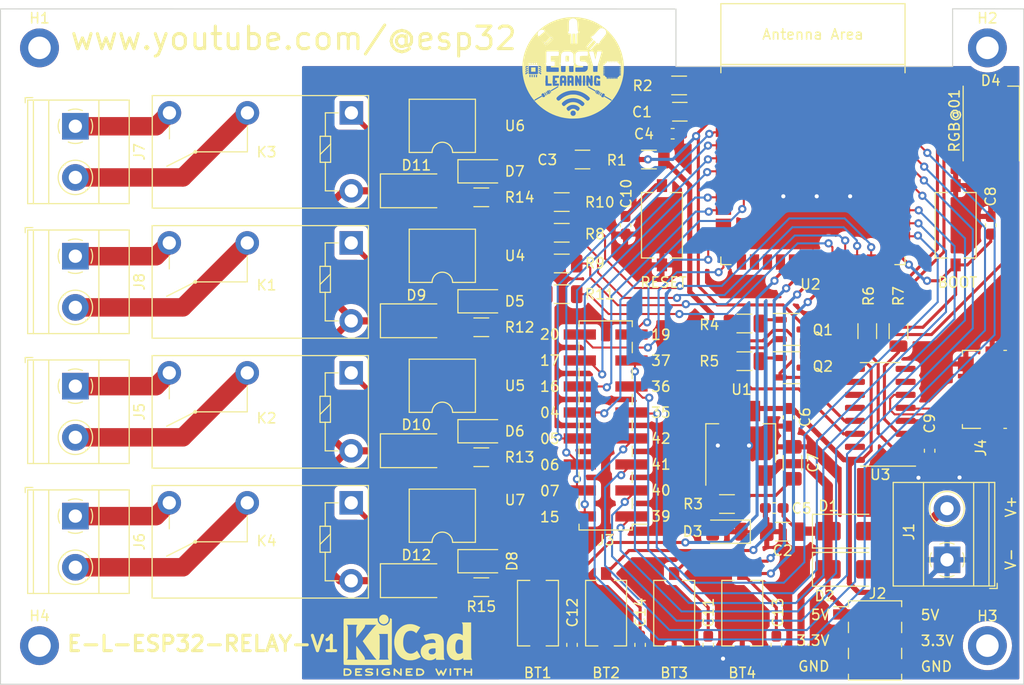
<source format=kicad_pcb>
(kicad_pcb (version 20221018) (generator pcbnew)
  (layers (0 "F.Cu" signal) (31 "B.Cu" signal) (34 "B.Paste" user) (35 "F.Paste" user) (36 "B.SilkS" user "B.Silkscreen") (37 "F.SilkS" user "F.Silkscreen") (38 "B.Mask" user) (39 "F.Mask" user) (44 "Edge.Cuts" user))
  (net 0 "")
  (net 1 "Net-(U3-V3)")
  (net 2 "/GPIO0")
  (net 3 "/CHIP_PU")
  (net 4 "/VBUS")
  (net 5 "/V_EXT")
  (net 6 "/D-")
  (net 7 "GND")
  (net 8 "+3.3V")
  (net 9 "+5V")
  (net 10 "/D+")
  (net 18 "Net-(Q1-B)")
  (net 19 "/RTS")
  (net 20 "Net-(Q2-B)")
  (net 21 "/DTR")
  (net 22 "Net-(U3-TXD)")
  (net 23 "/U0RXD")
  (net 24 "Net-(U3-RXD)")
  (net 25 "/U0TXD")
  (net 26 "Net-(R8-Pad2)")
  (net 27 "/K1-in")
  (net 28 "/K1-out")
  (net 29 "/K2-out")
  (net 30 "/K3-in")
  (net 31 "/K3-out")
  (net 32 "/K4-in")
  (net 33 "/K4-out")
  (net 34 "Net-(R9-Pad2)")
  (net 35 "Net-(R10-Pad2)")
  (net 36 "Net-(R11-Pad2)")
  (net 37 "/K2-in")
  (net 38 "/GPIO_10")
  (net 39 "/GPIO_11")
  (net 40 "/GPIO_12")
  (net 41 "/GPIO_13")
  (net 42 "/GPIO_39")
  (net 43 "/GPIO_40")
  (net 44 "/GPIO_41")
  (net 45 "/GPIO_42")
  (net 46 "/GPIO_35")
  (net 47 "/GPIO_36")
  (net 48 "/GPIO_37")
  (net 49 "/GPIO_19")
  (net 50 "/GPIO_15")
  (net 51 "/GPIO_07")
  (net 52 "/GPIO_06")
  (net 53 "/GPIO_05")
  (net 54 "/GPIO_04")
  (net 55 "/GPIO_18")
  (net 56 "/GPIO_17")
  (net 57 "/GPIO_20")
  (net 58 "/GPIO_14")
  (net 59 "/GPIO_21")
  (net 60 "/GPIO_47")
  (net 61 "/GPIO_48")
  (net 62 "Net-(D10-A)")
  (net 63 "Net-(D11-A)")
  (net 64 "Net-(D12-A)")
  (net 65 "Net-(D3-A)")
  (net 67 "Net-(D5-K)")
  (net 68 "Net-(D5-A)")
  (net 69 "Net-(D6-A)")
  (net 70 "Net-(D7-A)")
  (net 71 "Net-(D8-A)")
  (net 73 "Net-(U2-3V3)")
  (net 81 "/GPIO_01")
  (footprint "Relay_THT:Relay_SPST_Omron-G5Q-1A" (layer "F.Cu") (at 34.275 22.87 180)
    (fp_text reference "K1")
    (fp_text value "G5Q-1A" hide)
  )
  (footprint "Capacitor_SMD:C_0603_1608Metric_Pad1.08x0.95mm_HandSolder" (layer "F.Cu") (at 96.774 21.144 90)
    (fp_text reference "C8")
    (fp_text value "0.1 uF" hide)
  )
  (footprint "LED_SMD:LED_1206_3216Metric" (layer "F.Cu") (at 46.99 15.875)
    (fp_text reference "D7")
    (fp_text value "Green LED" hide)
  )
  (footprint "Resistor_SMD:R_1206_3216Metric" (layer "F.Cu") (at 63.37 14.72)
    (fp_text reference "R1")
    (fp_text value "10K" hide)
  )
  (footprint "Button_Switch_SMD:SW_Tactile_SPST_NO_Straight_CK_PTS636Sx25SMTRLFS" (layer "F.Cu") (at 72.493428 59.055 90)
    (fp_text reference "BT4")
    (fp_text value "SW_Push" hide)
  )
  (footprint "Diode_SMD:D_SMA" (layer "F.Cu") (at 40.64 43.18)
    (fp_text reference "D10")
    (fp_text value "NRVA4007T3G" hide)
  )
  (footprint "TerminalBlock_Phoenix:TerminalBlock_Phoenix_MKDS-1,5-2_1x02_P5.00mm_Horizontal" (layer "F.Cu") (at 7.315 36.87 -90)
    (fp_text reference "J5")
    (fp_text value "Screw_Terminal_01x02" hide)
  )
  (footprint "LED_SMD:LED_1206_3216Metric" (layer "F.Cu") (at 70.9965 51.092 180)
    (fp_text reference locked "D3")
    (fp_text value "RED LED" hide)
  )
  (footprint "Capacitor_SMD:C_1206_3216Metric_Pad1.33x1.80mm_HandSolder" (layer "F.Cu") (at 77.3965 44.361 90)
    (fp_text reference "C7")
    (fp_text value "10 uF" hide)
  )
  (footprint "Resistor_SMD:R_1206_3216Metric" (layer "F.Cu") (at 54.85 27.88 180)
    (fp_text reference "R11")
    (fp_text value "330R" hide)
  )
  (footprint "Diode_SMD:D_SMA" (layer "F.Cu") (at 82.8625 51.04)
    (fp_text reference "D1")
    (fp_text value "D_Schottky" hide)
  )
  (footprint "Resistor_SMD:R_1206_3216Metric" (layer "F.Cu") (at 66.32 7.48)
    (fp_text reference "R2")
    (fp_text value "0R" hide)
  )
  (footprint "Connector_PinHeader_2.54mm:PinHeader_2x03_P2.54mm_Vertical_SMD" (layer "F.Cu") (at 85.47 61.72)
    (fp_text reference "J2")
    (fp_text value "Conn_02x03_Odd_Even" hide)
  )
  (footprint "Diode_SMD:D_SMA" (layer "F.Cu") (at 82.8625 54.77)
    (fp_text reference "D2")
    (fp_text value "D_Schottky" hide)
  )
  (footprint "Capacitor_SMD:C_1206_3216Metric_Pad1.33x1.80mm_HandSolder" (layer "F.Cu") (at 56.88 14.72 180)
    (fp_text reference "C3")
    (fp_text value "1 uF" hide)
  )
  (footprint "Button_Switch_SMD:SW_Tactile_SPST_NO_Straight_CK_PTS636Sx25SMTRLFS" (layer "F.Cu") (at 64.643 21.144 90)
    (fp_text reference "SW2" hide)
    (fp_text value "SW_Push" hide)
  )
  (footprint "MountingHole:MountingHole_2.2mm_M2_DIN965_Pad" (layer "F.Cu") (at 96.45 3.81)
    (fp_text reference "H2")
    (fp_text value "MountingHole_2.2mm_M2_DIN965_Pad" hide)
  )
  (footprint "Button_Switch_SMD:SW_Tactile_SPST_NO_Straight_CK_PTS636Sx25SMTRLFS" (layer "F.Cu") (at 65.837714 59.055 90)
    (fp_text reference "BT3")
    (fp_text value "SW_Push" hide)
  )
  (footprint "Resistor_SMD:R_1206_3216Metric" (layer "F.Cu") (at 46.99 43.815)
    (fp_text reference "R13")
    (fp_text value "1K" hide)
  )
  (footprint "Button_Switch_SMD:SW_Tactile_SPST_NO_Straight_CK_PTS636Sx25SMTRLFS" (layer "F.Cu") (at 59.182 59.055 90)
    (fp_text reference "BT2")
    (fp_text value "SW_Push" hide)
  )
  (footprint "Capacitor_SMD:C_0603_1608Metric_Pad1.08x0.95mm_HandSolder" (layer "F.Cu") (at 77.0155 39.916 -90)
    (fp_text reference "C6")
    (fp_text value "0.1 uF" hide)
  )
  (footprint "Package_TO_SOT_SMD:SOT-23-3" (layer "F.Cu") (at 77.3155 35.065)
    (fp_text reference "Q2")
    (fp_text value "Q_NPN_BEC" hide)
  )
  (footprint "Capacitor_SMD:C_0603_1608Metric_Pad1.08x0.95mm_HandSolder" (layer "F.Cu") (at 90.805 43.18 -90)
    (fp_text reference "C9")
    (fp_text value "0.1 uF" hide)
  )
  (footprint "Resistor_SMD:R_1206_3216Metric" (layer "F.Cu") (at 54.85 18.88 180)
    (fp_text reference "R10")
    (fp_text value "330R" hide)
  )
  (footprint "Resistor_SMD:R_1206_3216Metric" (layer "F.Cu") (at 70.9965 48.389 180)
    (fp_text reference "R3")
    (fp_text value "330R" hide)
  )
  (footprint "MountingHole:MountingHole_2.2mm_M2_DIN965_Pad" (layer "F.Cu") (at 3.81 3.81)
    (fp_text reference "H1")
    (fp_text value "MountingHole_2.2mm_M2_DIN965_Pad" hide)
  )
  (footprint "LED_SMD:LED_1206_3216Metric" (layer "F.Cu") (at 46.99 28.575)
    (fp_text reference "D5")
    (fp_text value "Green LED" hide)
  )
  (footprint "Package_DIP:SMDIP-4_W9.53mm" (layer "F.Cu") (at 43.18 49.53 180)
    (fp_text reference "U7")
    (fp_text value "FOD817B3SD" hide)
  )
  (footprint "Package_TO_SOT_SMD:SOT-223-3_TabPin2" (layer "F.Cu") (at 72.3395 42.454 90)
    (fp_text reference "U1")
    (fp_text value "3.3v 1A" hide)
  )
  (footprint "Resistor_SMD:R_1206_3216Metric" (layer "F.Cu") (at 54.85 24.88 180)
    (fp_text reference "R9")
    (fp_text value "330R" hide)
  )
  (footprint "Diode_SMD:D_SMA" (layer "F.Cu") (at 40.64 30.48)
    (fp_text reference "D9")
    (fp_text value "NRVA4007T3G" hide)
  )
  (footprint "Package_DIP:SMDIP-4_W9.53mm" (layer "F.Cu") (at 43.18 36.83 180)
    (fp_text reference "U5")
    (fp_text value "FOD817B3SD" hide)
  )
  (footprint "Capacitor_SMD:C_0603_1608Metric_Pad1.08x0.95mm_HandSolder" (layer "F.Cu") (at 65.69 12.2)
    (fp_text reference "C4")
    (fp_text value "0.1 uF" hide)
  )
  (footprint "Capacitor_SMD:C_1206_3216Metric_Pad1.33x1.80mm_HandSolder" (layer "F.Cu") (at 76.4485 51.092 180)
    (fp_text reference "C2")
    (fp_text value "10 uF" hide)
  )
  (footprint "Resistor_SMD:R_1206_3216Metric" (layer "F.Cu") (at 84.709 31.496 90)
    (fp_text reference "R6")
    (fp_text value "1K" hide)
  )
  (footprint "TerminalBlock_Phoenix:TerminalBlock_Phoenix_MKDS-1,5-2_1x02_P5.00mm_Horizontal" (layer "F.Cu") (at 92.505 53.84 90)
    (fp_text reference "J1")
    (fp_text value "Screw_Terminal_01x02" hide)
  )
  (footprint "Relay_THT:Relay_SPST_Omron-G5Q-1A" (layer "F.Cu") (at 34.275 35.57 180)
    (fp_text reference "K2")
    (fp_text value "G5Q-1A" hide)
  )
  (footprint "TerminalBlock_Phoenix:TerminalBlock_Phoenix_MKDS-1,5-2_1x02_P5.00mm_Horizontal" (layer "F.Cu") (at 7.315 24.17 -90)
    (fp_text reference "J8")
    (fp_text value "Screw_Terminal_01x02" hide)
  )
  (footprint "Diode_SMD:D_SMA" (layer "F.Cu") (at 40.64 17.78)
    (fp_text reference "D11")
    (fp_text value "NRVA4007T3G" hide)
  )
  (footprint "Button_Switch_SMD:SW_Tactile_SPST_NO_Straight_CK_PTS636Sx25SMTRLFS" (layer "F.Cu") (at 93.345 21.144 -90)
    (fp_text reference "SW1" hide)
    (fp_text value "SW_Push" hide)
  )
  (footprint "TerminalBlock_Phoenix:TerminalBlock_Phoenix_MKDS-1,5-2_1x02_P5.00mm_Horizontal" (layer "F.Cu") (at 7.315 11.47 -90)
    (fp_text reference "J7")
    (fp_text value "Screw_Terminal_01x02" hide)
  )
  (footprint "Connector_PinHeader_2.54mm:PinHeader_2x08_P2.54mm_Vertical_SMD" (layer "F.Cu") (at 59.14 40.71 180)
    (fp_text reference "J3")
    (fp_text value "Conn_02x08_Odd_Even" hide)
  )
  (footprint "Package_DIP:SMDIP-4_W9.53mm" (layer "F.Cu") (at 43.18 24.13 180)
    (fp_text reference "U4")
    (fp_text value "FOD817B3SD" hide)
  )
  (footprint "Capacitor_SMD:C_0603_1608Metric_Pad1.08x0.95mm_HandSolder" (layer "F.Cu") (at 75.821286 62.155 -90)
    (fp_text reference "C13")
    (fp_text value "0.1 uF" hide)
  )
  (footprint "Package_DIP:SMDIP-4_W9.53mm" (layer "F.Cu") (at 43.18 11.43 180)
    (fp_text reference "U6")
    (fp_text value "FOD817B3SD" hide)
  )
  (footprint "Capacitor_SMD:C_0603_1608Metric_Pad1.08x0.95mm_HandSolder" (layer "F.Cu") (at 69.165571 62.155 -90)
    (fp_text reference "C11")
    (fp_text value "0.1 uF" hide)
  )
  (footprint "Package_TO_SOT_SMD:SOT-23-3" (layer "F.Cu") (at 77.3155 31.327)
    (fp_text reference "Q1")
    (fp_text value "Q_NPN_BEC" hide)
  )
  (footprint "Relay_THT:Relay_SPST_Omron-G5Q-1A" (layer "F.Cu") (at 34.275 48.27 180)
    (fp_text reference "K4")
    (fp_text value "G5Q-1A" hide)
  )
  (footprint "Images:E-L-Logo-10x10-01-F-S" (layer "F.Cu") (at 55.9562 5.7658)
    (fp_text reference "G***" hide)
    (fp_text value "LOGO" hide)
  )
  (footprint "MountingHole:MountingHole_2.2mm_M2_DIN965_Pad" (layer "F.Cu") (at 96.45 62.23)
    (fp_text reference "H3")
    (fp_text value "MountingHole_2.2mm_M2_DIN965_Pad" hide)
  )
  (footprint "Capacitor_SMD:C_1206_3216Metric_Pad1.33x1.80mm_HandSolder" (layer "F.Cu") (at 66.39 10.05)
    (fp_text reference "C1")
    (fp_text value "10 uF" hide)
  )
  (footprint "Capacitor_SMD:C_0603_1608Metric_Pad1.08x0.95mm_HandSolder" (layer "F.Cu") (at 62.509857 62.155 -90)
    (fp_text reference "C14")
    (fp_text value "0.1 uF" hide)
  )
  (footprint "Connector_USB:USB_Micro-B_Molex_47346-0001" (layer "F.Cu") (at 95.7168 37.1856 90)
    (fp_text reference "J4")
    (fp_text value "USB_B_Micro" hide)
  )
  (footprint "Resistor_SMD:R_1206_3216Metric" (layer "F.Cu") (at 87.757 31.496 90)
    (fp_text reference "R7")
    (fp_text value "1K" hide)
  )
  (footprint "Diode_SMD:D_SMA" (layer "F.Cu") (at 40.64 55.88)
    (fp_text reference "D12")
    (fp_text value "NRVA4007T3G" hide)
  )
  (footprint "Capacitor_SMD:C_0603_1608Metric_Pad1.08x0.95mm_HandSolder" (layer "F.Cu") (at 61.087 21.144 -90)
    (fp_text reference "C10")
    (fp_text value "0.1 uF" hide)
  )
  (footprint "LED_SMD:LED_1206_3216Metric" (layer "F.Cu") (at 46.99 41.275)
    (fp_text reference "D6")
    (fp_text value "Green LED" hide)
  )
  (footprint "PCM_Espressif:ESP32-S3-WROOM-1" (layer "F.Cu") (at 79.4 15.24)
    (fp_text reference "U2")
    (fp_text value "ESP32-S3-WROOM-1" hide)
  )
  (footprint "Resistor_SMD:R_1206_3216Metric" (layer "F.Cu") (at 46.99 18.415)
    (fp_text reference "R14")
    (fp_text value "1K" hide)
  )
  (footprint "Button_Switch_SMD:SW_Tactile_SPST_NO_Straight_CK_PTS636Sx25SMTRLFS" (layer "F.Cu") (at 52.526286 59.055 90)
    (fp_text reference "BT1")
    (fp_text value "SW_Push" hide)
  )
  (footprint "Resistor_SMD:R_1206_3216Metric" (layer "F.Cu") (at 54.85 21.88 180)
    (fp_text reference "R8")
    (fp_text value "330R" hide)
  )
  (footprint "LED_SMD:LED_WS2812B_PLCC4_5.0x5.0mm_P3.2mm" (layer "F.Cu") (at 96.83 11.2 90)
    (fp_text reference "D4")
    (fp_text value "WS2812B" hide)
  )
  (footprint "Relay_THT:Relay_SPST_Omron-G5Q-1A" (layer "F.Cu") (at 34.29 10.16 180)
    (fp_text reference "K3")
    (fp_text value "G5Q-1A" hide)
  )
  (footprint "Resistor_SMD:R_1206_3216Metric" (layer "F.Cu") (at 46.99 56.515)
    (fp_text reference "R15")
    (fp_text value "1K" hide)
  )
  (footprint "Package_SO:SOIC-16_3.9x9.9mm_P1.27mm" (layer "F.Cu") (at 85.979 39.624 180)
    (fp_text reference "U3")
    (fp_text value "CH340C" hide)
  )
  (footprint "TerminalBlock_Phoenix:TerminalBlock_Phoenix_MKDS-1,5-2_1x02_P5.00mm_Horizontal" (layer "F.Cu") (at 7.315 49.57 -90)
    (fp_text reference "J6")
    (fp_text value "Screw_Terminal_01x02" hide)
  )
  (footprint "Resistor_SMD:R_1206_3216Metric" (layer "F.Cu") (at 72.6975 34.43)
    (fp_text reference "R5")
    (fp_text value "10K" hide)
  )
  (footprint "Capacitor_SMD:C_0603_1608Metric_Pad1.08x0.95mm_HandSolder" (layer "F.Cu") (at 75.6185 48.779 180)
    (fp_text reference "C5")
    (fp_text value "0.1 uF" hide)
  )
  (footprint "LED_SMD:LED_1206_3216Metric" (layer "F.Cu") (at 46.99 53.975)
    (fp_text reference "D8")
    (fp_text value "Green LED" hide)
  )
  (footprint "Symbol:KiCad-Logo2_5mm_SilkScreen" (layer "F.Cu") (at 39.8018 62.1792)
    (fp_text reference "REF**" hide)
    (fp_text value "KiCad-Logo2_5mm_SilkScreen" hide)
  )
  (footprint "Resistor_SMD:R_1206_3216Metric" (layer "F.Cu") (at 72.6975 30.747)
    (fp_text reference "R4")
    (fp_text value "10K" hide)
  )
  (footprint "Capacitor_SMD:C_0603_1608Metric_Pad1.08x0.95mm_HandSolder" (layer "F.Cu") (at 55.854143 62.155 -90)
    (fp_text reference "C12")
    (fp_text value "0.1 uF" hide)
  )
  (footprint "Resistor_SMD:R_1206_3216Metric" (layer "F.Cu") (at 46.99 31.115)
    (fp_text reference "R12")
    (fp_text value "1K" hide)
  )
  (footprint "MountingHole:MountingHole_2.2mm_M2_DIN965_Pad" (layer "F.Cu") (at 3.81 62.23)
    (fp_text reference "H4")
    (fp_text value "MountingHole_2.2mm_M2_DIN965_Pad" hide)
  )
  (gr_line locked (start 100 66) (end 100 0) (stroke (width 0.1)) (layer "Edge.Cuts"))
  (gr_line locked (start 93.05 5.63) (end 66.01 5.63) (stroke (width 0.1)) (layer "Edge.Cuts"))
  (gr_line locked (start 66.01 0.01) (end 0 0) (stroke (width 0.1)) (layer "Edge.Cuts"))
  (gr_line locked (start 66.01 5.63) (end 66.01 0.01) (stroke (width 0.1)) (layer "Edge.Cuts"))
  (gr_line locked (start 0 0) (end 0 66) (stroke (width 0.1)) (layer "Edge.Cuts"))
  (gr_line locked (start 100 0) (end 93.05 -0.01) (stroke (width 0.1)) (layer "Edge.Cuts"))
  (gr_line locked (start 0 66) (end 100 66) (stroke (width 0.1)) (layer "Edge.Cuts"))
  (gr_line locked (start 93.05 -0.01) (end 93.05 5.63) (stroke (width 0.1)) (layer "Edge.Cuts"))
  (gr_text "39" (at 63.49 50.18) (layer "F.SilkS") (effects (font (size 1 1)) (justify left bottom)))
  (gr_text "E-L-ESP32-RELAY-V1" (at 6.35 62.9158) (layer "F.SilkS") (effects (font (size 1.5 1.5) (thickness 0.3) bold) (justify left bottom)))
  (gr_text "5V" (at 89.84 59.82) (layer "F.SilkS") (effects (font (size 1 1)) (justify left bottom)))
  (gr_text "37" (at 63.49 34.965714) (layer "F.SilkS") (effects (font (size 1 1)) (justify left bottom)))
  (gr_text "20" (at 52.63 32.4) (layer "F.SilkS") (effects (font (size 1 1)) (justify left bottom)))
  (gr_text "5V" (at 79.1 59.8) (layer "F.SilkS") (effects (font (size 1 1)) (justify left bottom)))
  (gr_text "04" (at 52.63 40.05) (layer "F.SilkS") (effects (font (size 1 1)) (justify left bottom)))
  (gr_text "www.youtube.com/@esp32" (at 6.6548 4.1656) (layer "F.SilkS") (effects (font (size 2.2 2.2) (thickness 0.3) bold) (justify left bottom)))
  (gr_text "RGB@01" (at 93.81 14.12 90) (layer "F.SilkS") (effects (font (size 1 1)) (justify left bottom)))
  (gr_text "36" (at 63.49 37.501428) (layer "F.SilkS") (effects (font (size 1 1)) (justify left bottom)))
  (gr_text "19" (at 63.49 32.43) (layer "F.SilkS") (effects (font (size 1 1)) (justify left bottom)))
  (gr_text "07" (at 52.63 47.7) (layer "F.SilkS") (effects (font (size 1 1)) (justify left bottom)))
  (gr_text "3.3V" (at 77.671429 62.32) (layer "F.SilkS") (effects (font (size 1 1)) (justify left bottom)))
  (gr_text "3.3V" (at 89.84 62.34) (layer "F.SilkS") (effects (font (size 1 1)) (justify left bottom)))
  (gr_text "40" (at 63.49 47.644284) (layer "F.SilkS") (effects (font (size 1 1)) (justify left bottom)))
  (gr_text "15" (at 52.63 50.25) (layer "F.SilkS") (effects (font (size 1 1)) (justify left bottom)))
  (gr_text "V+" (at 99.33 49.78 90) (layer "F.SilkS") (effects (font (size 1 1)) (justify left bottom)))
  (gr_text "GND" (at 89.84 64.86) (layer "F.SilkS") (effects (font (size 1 1)) (justify left bottom)))
  (gr_text "GND" (at 77.861905 64.84) (layer "F.SilkS") (effects (font (size 1 1)) (justify left bottom)))
  (gr_text "BOOT" (at 91.5 27.32) (layer "F.SilkS") (effects (font (size 1 1)) (justify left bottom)))
  (gr_text "41" (at 63.49 45.10857) (layer "F.SilkS") (effects (font (size 1 1)) (justify left bottom)))
  (gr_text "16" (at 52.63 37.5) (layer "F.SilkS") (effects (font (size 1 1)) (justify left bottom)))
  (gr_text "17" (at 52.63 34.95) (layer "F.SilkS") (effects (font (size 1 1)) (justify left bottom)))
  (gr_text "42" (at 63.49 42.572856) (layer "F.SilkS") (effects (font (size 1 1)) (justify left bottom)))
  (gr_text "06" (at 52.63 45.15) (layer "F.SilkS") (effects (font (size 1 1)) (justify left bottom)))
  (gr_text "05" (at 52.63 42.6) (layer "F.SilkS") (effects (font (size 1 1)) (justify left bottom)))
  (gr_text "V-" (at 99.31 54.92 90) (layer "F.SilkS") (effects (font (size 1 1)) (justify left bottom)))
  (gr_text "35" (at 63.49 40.037142) (layer "F.SilkS") (effects (font (size 1 1)) (justify left bottom)))
  (gr_text "RESET" (at 62.43 27.32) (layer "F.SilkS") (effects (font (size 1 1)) (justify left bottom)))
  (segment (start 90.805 42.3175) (end 90.805 41.2496) (width 0.3) (layer "F.Cu") (net 1))
  (segment (start 90.805 41.2496) (end 89.8144 40.259) (width 0.3) (layer "F.Cu") (net 1))
  (segment (start 89.8144 40.259) (end 88.454 40.259) (width 0.3) (layer "F.Cu") (net 1))
  (segment (start 90.1446 31.115) (end 93.345 27.9146) (width 0.3) (layer "F.Cu") (net 2))
  (segment (start 90.551 26.5684) (end 91.7956 26.5684) (width 0.3) (layer "F.Cu") (net 2))
  (segment (start 96.774 22.733) (end 96.774 22.0065) (width 0.3) (layer "F.Cu") (net 2))
  (segment (start 93.345 25.019) (end 94.488 25.019) (width 0.3) (layer "F.Cu") (net 2))
  (segment (start 78.453 35.065) (end 79.235 35.065) (width 0.3) (layer "F.Cu") (net 2))
  (segment (start 91.7956 26.5684) (end 93.345 25.019) (width 0.3) (layer "F.Cu") (net 2))
  (segment (start 94.488 25.019) (end 96.774 22.733) (width 0.3) (layer "F.Cu") (net 2))
  (segment (start 88.15 23.49) (end 88.15 24.3706) (width 0.3) (layer "F.Cu") (net 2))
  (segment (start 88.15 24.3706) (end 88.773 24.9936) (width 0.3) (layer "F.Cu") (net 2))
  (segment (start 93.345 27.9146) (end 93.345 25.019) (width 0.3) (layer "F.Cu") (net 2))
  (segment (start 79.235 35.065) (end 83.185 31.115) (width 0.3) (layer "F.Cu") (net 2))
  (segment (start 83.185 31.115) (end 90.1446 31.115) (width 0.3) (layer "F.Cu") (net 2))
  (via (at 90.551 26.5684) (size 0.8) (drill 0.4) (layers "F.Cu" "B.Cu") (net 2))
  (via (at 88.773 24.9936) (size 0.8) (drill 0.4) (layers "F.Cu" "B.Cu") (net 2))
  (segment (start 90.551 26.5684) (end 90.3478 26.5684) (width 0.3) (layer "B.Cu") (net 2))
  (segment (start 90.3478 26.5684) (end 88.773 24.9936) (width 0.3) (layer "B.Cu") (net 2))
  (segment (start 64.0995 17.269) (end 64.643 17.269) (width 0.3) (layer "F.Cu") (net 3))
  (segment (start 61.9075 19.461) (end 61.087 20.2815) (width 0.3) (layer "F.Cu") (net 3))
  (segment (start 70.0532 28.9306) (end 68.199 27.0764) (width 0.3) (layer "F.Cu") (net 3))
  (segment (start 68.199 27.0764) (end 68.199 12.0904) (width 0.3) (layer "F.Cu") (net 3))
  (segment (start 68.199 12.0904) (end 69.2404 11.049) (width 0.3) (layer "F.Cu") (net 3))
  (segment (start 78.453 30.9042) (end 76.4794 28.9306) (width 0.3) (layer "F.Cu") (net 3))
  (segment (start 63.258 14.72) (end 63.2714 14.7066) (width 0.3) (layer "F.Cu") (net 3))
  (segment (start 69.2404 10.3886) (end 70.109 9.52) (width 0.3) (layer "F.Cu") (net 3))
  (segment (start 61.9075 14.72) (end 63.258 14.72) (width 0.5) (layer "F.Cu") (net 3))
  (segment (start 61.9075 14.72) (end 61.9075 19.461) (width 0.5) (layer "F.Cu") (net 3))
  (segment (start 70.109 9.52) (end 70.65 9.52) (width 0.3) (layer "F.Cu") (net 3))
  (segment (start 76.4794 28.9306) (end 70.0532 28.9306) (width 0.3) (layer "F.Cu") (net 3))
  (segment (start 61.087 20.2815) (end 64.0995 17.269) (width 0.5) (layer "F.Cu") (net 3))
  (segment (start 78.453 31.327) (end 78.453 30.9042) (width 0.3) (layer "F.Cu") (net 3))
  (segment (start 69.2404 11.049) (end 69.2404 10.3886) (width 0.3) (layer "F.Cu") (net 3))
  (segment (start 58.4425 14.72) (end 61.9075 14.72) (width 0.5) (layer "F.Cu") (net 3))
  (via (at 63.2714 14.7066) (size 0.8) (drill 0.4) (layers "F.Cu" "B.Cu") (net 3))
  (via (at 67.9831 12.4333) (size 0.8) (drill 0.4) (layers "F.Cu" "B.Cu") (net 3))
  (segment (start 67.9831 12.4333) (end 65.7098 14.7066) (width 0.3) (layer "B.Cu") (net 3))
  (segment (start 65.7098 14.7066) (end 63.2714 14.7066) (width 0.3) (layer "B.Cu") (net 3))
  (segment (start 92.4814 45.2628) (end 86.7042 51.04) (width 0.3) (layer "F.Cu") (net 4))
  (segment (start 86.7042 51.04) (end 84.8625 51.04) (width 0.3) (layer "F.Cu") (net 4))
  (segment (start 94.2568 38.4856) (end 93.2388 38.4856) (width 0.3) (layer "F.Cu") (net 4))
  (segment (start 93.2388 38.4856) (end 92.4814 39.243) (width 0.3) (layer "F.Cu") (net 4))
  (segment (start 92.4814 39.243) (end 92.4814 45.2628) (width 0.3) (layer "F.Cu") (net 4))
  (segment (start 92.505 48.84) (end 92.13 48.84) (width 0.9) (layer "F.Cu") (net 5))
  (segment (start 92.13 48.84) (end 86.2 54.77) (width 0.9) (layer "F.Cu") (net 5))
  (segment (start 86.2 54.77) (end 84.8625 54.77) (width 0.9) (layer "F.Cu") (net 5))
  (segment (start 86.9442 38.1) (end 87.3252 37.719) (width 0.2) (layer "F.Cu") (net 6))
  (segment (start 94.2568 37.8356) (end 93.1268 37.8356) (width 0.2) (layer "F.Cu") (net 6))
  (segment (start 93.1268 37.8356) (end 91.3384 39.624) (width 0.2) (layer "F.Cu") (net 6))
  (segment (start 91.3384 39.624) (end 87.376 39.624) (width 0.2) (layer "F.Cu") (net 6))
  (segment (start 88.5302 37.7952) (end 88.454 37.719) (width 0.2) (layer "F.Cu") (net 6))
  (segment (start 87.376 39.624) (end 86.9442 39.1922) (width 0.2) (layer "F.Cu") (net 6))
  (segment (start 87.3252 37.719) (end 88.454 37.719) (width 0.2) (layer "F.Cu") (net 6))
  (segment (start 86.9442 39.1922) (end 86.9442 38.1) (width 0.2) (layer "F.Cu") (net 6))
  (segment (start 74.756 48.779) (end 74.756 50.962) (width 0.3) (layer "F.Cu") (net 7))
  (segment (start 77.0155 40.7785) (end 77.3965 41.1595) (width 0.3) (layer "F.Cu") (net 7))
  (segment (start 96.9168 33.8106) (end 96.9168 35.6356) (width 0.5) (layer "F.Cu") (net 7))
  (segment (start 66.5525 11.45) (end 67.9525 10.05) (width 0.5) (layer "F.Cu") (net 7))
  (segment (start 74.886 51.092) (end 72.3965 51.092) (width 0.3) (layer "F.Cu") (net 7))
  (segment (start 72.3965 51.0605) (end 71.12 49.784) (width 0.3) (layer "F.Cu") (net 7))
  (segment (start 90.805 44.0425) (end 88.4805 44.0425) (width 0.3) (layer "F.Cu") (net 7))
  (segment (start 70.0395 46.6715) (end 70.0395 45.604) (width 0.3) (layer "F.Cu") (net 7))
  (segment (start 77.3965 41.1595) (end 77.3965 42.7985) (width 0.3) (layer "F.Cu") (net 7))
  (segment (start 96.9168 38.3356) (end 96.9168 40.5606) (width 0.5) (layer "F.Cu") (net 7))
  (segment (start 71.12 47.752) (end 70.0395 46.6715) (width 0.3) (layer "F.Cu") (net 7))
  (segment (start 74.756 50.962) (end 74.886 51.092) (width 0.3) (layer "F.Cu") (net 7))
  (segment (start 66.5525 12.2) (end 66.5525 11.45) (width 0.5) (layer "F.Cu") (net 7))
  (segment (start 96.9168 35.6356) (end 96.9168 38.3356) (width 0.5) (layer "F.Cu") (net 7))
  (segment (start 71.12 49.784) (end 71.12 47.752) (width 0.3) (layer "F.Cu") (net 7))
  (segment (start 72.3965 51.092) (end 72.3965 51.0605) (width 0.3) (layer "F.Cu") (net 7))
  (segment (start 88.4805 44.0425) (end 88.454 44.069) (width 0.3) (layer "F.Cu") (net 7))
  (via (at 70.612 63.5) (size 0.8) (drill 0.4) (layers "F.Cu" "B.Cu") (net 7))
  (via (at 73.152 42.672) (size 0.8) (drill 0.4) (layers "F.Cu" "B.Cu") (net 7))
  (via (at 76.5048 18.3134) (size 0.8) (drill 0.4) (layers "F.Cu" "B.Cu") (net 7))
  (via (at 89.7128 45.8216) (size 0.8) (drill 0.4) (layers "F.Cu" "B.Cu") (net 7))
  (via (at 79.7687 18.3134) (size 0.8) (drill 0.4) (layers "F.Cu" "B.Cu") (net 7))
  (via (at 70.104 42.672) (size 0.8) (drill 0.4) (layers "F.Cu" "B.Cu") (net 7))
  (via (at 93.726 45.7962) (size 0.8) (drill 0.4) (layers "F.Cu" "B.Cu") (net 7))
  (via (at 83.0326 18.3134) (size 0.8) (drill 0.4) (layers "F.Cu" "B.Cu") (net 7))
  (segment (start 92.505 53.84) (end 82.845 63.5) (width 0.5) (layer "B.Cu") (net 7))
  (segment (start 82.845 63.5) (end 70.612 63.5) (width 0.5) (layer "B.Cu") (net 7))
  (segment (start 87.995 61.72) (end 89.8926 61.72) (width 0.5) (layer "F.Cu") (net 8))
  (segment (start 84.1756 44.069) (end 83.504 44.069) (width 0.3) (layer "F.Cu") (net 8))
  (segment (start 83.0326 32.6136) (end 83.0326 33.6042) (width 0.3) (layer "F.Cu") (net 8))
  (segment (start 72.3395 45.604) (end 72.3395 48.2695) (width 0.3) (layer "F.Cu") (net 8))
  (segment (start 72.3395 39.304) (end 72.3395 38.3543) (width 0.5) (layer "F.Cu") (net 8))
  (segment (start 82.9564 56.134) (end 82.9564 44.6166) (width 0.5) (layer "F.Cu") (net 8))
  (segment (start 82.423 44.069) (end 77.4075 39.0535) (width 0.5) (layer "F.Cu") (net 8))
  (segment (start 72.59 39.0535) (end 77.0155 39.0535) (width 0.5) (layer "F.Cu") (net 8))
  (segment (start 64.8325 14.72) (end 64.8325 7.505) (width 0.5) (layer "F.Cu") (net 8))
  (segment (start 75.7682 47.5488) (end 73.2992 47.5488) (width 0.3) (layer "F.Cu") (net 8))
  (segment (start 95.18 13.65) (end 95.18 14.4842) (width 0.3) (layer "F.Cu") (net 8))
  (segment (start 85.09 43.1546) (end 84.1756 44.069) (width 0.3) (layer "F.Cu") (net 8))
  (segment (start 73.2992 47.5488) (end 72.459 48.389) (width 0.3) (layer "F.Cu") (net 8))
  (segment (start 90.9828 31.8262) (end 83.82 31.8262) (width 0.3) (layer "F.Cu") (net 8))
  (segment (start 64.8325 7.505) (end 64.8575 7.48) (width 0.5) (layer "F.Cu") (net 8))
  (segment (start 98.1456 17.4498) (end 98.1456 24.6634) (width 0.3) (layer "F.Cu") (net 8))
  (segment (start 77.3965 45.9235) (end 77.3935 45.9235) (width 0.3) (layer "F.Cu") (net 8))
  (segment (start 69.5198 29.8196) (end 67.3608 27.6606) (width 0.5) (layer "F.Cu") (net 8))
  (segment (start 90.7542 60.8584) (end 90.7542 58.4708) (width 0.5) (layer "F.Cu") (net 8))
  (segment (start 90.7542 58.4708) (end 89.3064 57.023) (width 0.5) (layer "F.Cu") (net 8))
  (segment (start 98.1456 24.6634) (end 90.9828 31.8262) (width 0.3) (layer "F.Cu") (net 8))
  (segment (start 83.82 31.8262) (end 83.0326 32.6136) (width 0.3) (layer "F.Cu") (net 8))
  (segment (start 89.3064 57.023) (end 83.8454 57.023) (width 0.5) (layer "F.Cu") (net 8))
  (segment (start 83.8454 57.023) (end 82.9564 56.134) (width 0.5) (layer "F.Cu") (net 8))
  (segment (start 72.3395 39.304) (end 72.59 39.0535) (width 0.3) (layer "F.Cu") (net 8))
  (segment (start 82.945 61.72) (end 87.995 61.72) (width 0.5) (layer "F.Cu") (net 8))
  (segment (start 67.3608 27.6606) (end 67.3608 17.2483) (width 0.5) (layer "F.Cu") (net 8))
  (segment (start 89.8926 61.72) (end 90.7542 60.8584) (width 0.5) (layer "F.Cu") (net 8))
  (segment (start 84.3788 34.3408) (end 85.09 35.052) (width 0.3) (layer "F.Cu") (net 8))
  (segment (start 72.3395 45.604) (end 72.3395 39.304) (width 0.3) (layer "F.Cu") (net 8))
  (segment (start 72.3395 48.2695) (end 72.459 48.389) (width 0.3) (layer "F.Cu") (net 8))
  (segment (start 69.5198 35.5346) (end 69.5198 29.8196) (width 0.5) (layer "F.Cu") (net 8))
  (segment (start 77.4075 39.0535) (end 77.0155 39.0535) (width 0.3) (layer "F.Cu") (net 8))
  (segment (start 82.9564 44.6166) (end 83.504 44.069) (width 0.5) (layer "F.Cu") (net 8))
  (segment (start 83.7692 34.3408) (end 84.3788 34.3408) (width 0.3) (layer "F.Cu") (net 8))
  (segment (start 83.0326 33.6042) (end 83.7692 34.3408) (width 0.3) (layer "F.Cu") (net 8))
  (segment (start 77.3935 45.9235) (end 75.7682 47.5488) (width 0.3) (layer "F.Cu") (net 8))
  (segment (start 67.3608 17.2483) (end 64.8325 14.72) (width 0.5) (layer "F.Cu") (net 8))
  (segment (start 83.504 44.069) (end 82.423 44.069) (width 0.3) (layer "F.Cu") (net 8))
  (segment (start 72.3395 38.3543) (end 69.5198 35.5346) (width 0.5) (layer "F.Cu") (net 8))
  (segment (start 95.18 14.4842) (end 98.1456 17.4498) (width 0.3) (layer "F.Cu") (net 8))
  (segment (start 85.09 35.052) (end 85.09 43.1546) (width 0.3) (layer "F.Cu") (net 8))
  (segment (start 45.5275 60.8945) (end 45.5275 56.515) (width 0.7) (layer "F.Cu") (net 9))
  (segment (start 80.8625 54.77) (end 78.232 57.4005) (width 0.7) (layer "F.Cu") (net 9))
  (segment (start 80.8625 51.04) (end 78.063 51.04) (width 0.9) (layer "F.Cu") (net 9))
  (segment (start 34.275 30.49) (end 34.275 30.211) (width 0.7) (layer "F.Cu") (net 9))
  (segment (start 34.153 30.49) (end 34.275 30.49) (width 0.7) (layer "F.Cu") (net 9))
  (segment (start 78.232 57.4005) (end 78.232 64.262) (width 0.7) (layer "F.Cu") (net 9))
  (segment (start 34.275 55.89) (end 33.157 55.89) (width 0.7) (layer "F.Cu") (net 9))
  (segment (start 82.945 59.18) (end 87.995 59.18) (width 0.5) (layer "F.Cu") (net 9))
  (segment (start 43.6225 20.32) (end 41.18 20.32) (width 0.5) (layer "F.Cu") (net 9))
  (segment (start 45.5275 43.8805) (end 45.5275 43.815) (width 0.3) (layer "F.Cu") (net 9))
  (segment (start 80.8625 57.0975) (end 82.945 59.18) (width 0.5) (layer "F.Cu") (net 9))
  (segment (start 74.6395 45.604) (end 75.046 45.604) (width 0.9) (layer "F.Cu") (net 9))
  (segment (start 30.988 40.513) (end 30.988 33.655) (width 0.7) (layer "F.Cu") (net 9))
  (segment (start 33.665 43.19) (end 30.988 40.513) (width 0.7) (layer "F.Cu") (net 9))
  (segment (start 38.64 43.18) (end 38.64 43.72) (width 0.3) (layer "F.Cu") (net 9))
  (segment (start 45.5275 18.415) (end 43.6225 20.32) (width 0.5) (layer "F.Cu") (net 9))
  (segment (start 30.988 33.655) (end 34.153 30.49) (width 0.7) (layer "F.Cu") (net 9))
  (segment (start 38.63 30.49) (end 38.64 30.48) (width 0.7) (layer "F.Cu") (net 9))
  (segment (start 78.011 51.092) (end 76.481 49.562) (width 0.3) (layer "F.Cu") (net 9))
  (segment (start 80.899 46.609) (end 80.899 51.0035) (width 0.9) (layer "F.Cu") (net 9))
  (segment (start 43.6545 60.8945) (end 45.5275 60.8945) (width 0.7) (layer "F.Cu") (net 9))
  (segment (start 38.64 55.88) (end 34.285 55.88) (width 0.7) (layer "F.Cu") (net 9))
  (segment (start 33.157 55.89) (end 30.48 53.213) (width 0.7) (layer "F.Cu") (net 9))
  (segment (start 34.29 17.78) (end 38.64 17.78) (width 0.7) (layer "F.Cu") (net 9))
  (segment (start 78.063 51.04) (end 78.011 51.092) (width 0.9) (layer "F.Cu") (net 9))
  (segment (start 43.688 45.72) (end 45.5275 43.8805) (width 0.5) (layer "F.Cu") (net 9))
  (segment (start 30.48 53.213) (end 30.48 46.609) (width 0.7) (layer "F.Cu") (net 9))
  (segment (start 75.046 45.604) (end 76.2 44.45) (width 0.9) (layer "F.Cu") (net 9))
  (segment (start 40.64 45.72) (end 43.688 45.72) (width 0.5) (layer "F.Cu") (net 9))
  (segment (start 34.275 43.19) (end 38.63 43.19) (width 0.7) (layer "F.Cu") (net 9))
  (segment (start 77.597 64.897) (end 49.53 64.897) (width 0.7) (layer "F.Cu") (net 9))
  (segment (start 38.64 55.88) (end 43.6545 60.8945) (width 0.7) (layer "F.Cu") (net 9))
  (segment (start 34.275 43.19) (end 33.665 43.19) (width 0.7) (layer "F.Cu") (net 9))
  (segment (start 30.988 26.924) (end 30.988 20.32) (width 0.7) (layer "F.Cu") (net 9))
  (segment (start 34.275 30.211) (end 30.988 26.924) (width 0.7) (layer "F.Cu") (net 9))
  (segment (start 45.5275 31.115) (end 43.6225 33.02) (width 0.5) (layer "F.Cu") (net 9))
  (segment (start 33.899 43.19) (end 34.275 43.19) (width 0.7) (layer "F.Cu") (net 9))
  (segment (start 34.275 30.49) (end 38.63 30.49) (width 0.7) (layer "F.Cu") (net 9))
  (segment (start 80.8625 54.77) (end 80.8625 57.0975) (width 0.5) (layer "F.Cu") (net 9))
  (segment (start 33.528 17.78) (end 34.29 17.78) (width 0.7) (layer "F.Cu") (net 9))
  (segment (start 34.285 55.88) (end 34.275 55.89) (width 0.7) (layer "F.Cu") (net 9))
  (segment (start 30.988 20.32) (end 33.528 17.78) (width 0.7) (layer "F.Cu") (net 9))
  (segment (start 38.64 43.72) (end 40.64 45.72) (width 0.5) (layer "F.Cu") (net 9))
  (segment (start 38.64 31.02) (end 38.64 30.48) (width 0.3) (layer "F.Cu") (net 9))
  (segment (start 78.232 64.262) (end 77.597 64.897) (width 0.7) (layer "F.Cu") (net 9))
  (segment (start 76.2 44.45) (end 78.74 44.45) (width 0.9) (layer "F.Cu") (net 9))
  (segment (start 41.18 20.32) (end 38.64 17.78) (width 0.5) (layer "F.Cu") (net 9))
  (segment (start 78.74 44.45) (end 80.899 46.609) (width 0.9) (layer "F.Cu") (net 9))
  (segment (start 38.63 43.19) (end 38.64 43.18) (width 0.7) (layer "F.Cu") (net 9))
  (segment (start 76.481 49.562) (end 76.481 48.779) (width 0.3) (layer "F.Cu") (net 9))
  (segment (start 80.8625 54.77) (end 80.8625 51.04) (width 0.9) (layer "F.Cu") (net 9))
  (segment (start 49.53 64.897) (end 45.5275 60.8945) (width 0.7) (layer "F.Cu") (net 9))
  (segment (start 43.6225 33.02) (end 40.64 33.02) (width 0.5) (layer "F.Cu") (net 9))
  (segment (start 30.48 46.609) (end 33.899 43.19) (width 0.7) (layer "F.Cu") (net 9))
  (segment (start 80.899 51.0035) (end 80.8625 51.04) (width 0.9) (layer "F.Cu") (net 9))
  (segment (start 40.64 33.02) (end 38.64 31.02) (width 0.5) (layer "F.Cu") (net 9))
  (segment (start 88.454 38.989) (end 88.5302 39.0652) (width 0.2) (layer "F.Cu") (net 10))
  (segment (start 92.9132 37.1856) (end 94.2568 37.1856) (width 0.2) (layer "F.Cu") (net 10))
  (segment (start 88.5302 39.0652) (end 91.0336 39.0652) (width 0.2) (layer "F.Cu") (net 10))
  (segment (start 91.0336 39.0652) (end 92.9132 37.1856) (width 0.2) (layer "F.Cu") (net 10))
  (segment (start 76.178 30.377) (end 74.53 30.377) (width 0.3) (layer "F.Cu") (net 18))
  (segment (start 74.53 30.377) (end 74.16 30.747) (width 0.3) (layer "F.Cu") (net 18))
  (segment (start 72.5434 33.1216) (end 71.235 34.43) (width 0.3) (layer "F.Cu") (net 19))
  (segment (start 82.3976 41.529) (end 78.0034 37.1348) (width 0.3) (layer "F.Cu") (net 19))
  (segment (start 74.7268 33.1216) (end 72.5434 33.1216) (width 0.3) (layer "F.Cu") (net 19))
  (segment (start 73.406 37.1348) (end 75.6666 37.1348) (width 0.3) (layer "F.Cu") (net 19))
  (segment (start 83.504 41.529) (end 82.3976 41.529) (width 0.3) (layer "F.Cu") (net 19))
  (segment (start 76.178 32.277) (end 75.5714 32.277) (width 0.3) (layer "F.Cu") (net 19))
  (segment (start 78.0034 37.1348) (end 75.6666 37.1348) (width 0.3) (layer "F.Cu") (net 19))
  (segment (start 71.235 34.43) (end 71.235 34.9638) (width 0.3) (layer "F.Cu") (net 19))
  (segment (start 71.235 34.9638) (end 73.406 37.1348) (width 0.3) (layer "F.Cu") (net 19))
  (segment (start 75.5714 32.277) (end 74.7268 33.1216) (width 0.3) (layer "F.Cu") (net 19))
  (segment (start 76.178 34.115) (end 74.475 34.115) (width 0.3) (layer "F.Cu") (net 20))
  (segment (start 74.475 34.115) (end 74.16 34.43) (width 0.3) (layer "F.Cu") (net 20))
  (segment (start 78.2552 36.015) (end 76.178 36.015) (width 0.3) (layer "F.Cu") (net 21))
  (segment (start 77.4446 32.0294) (end 77.47 32.0294) (width 0.3) (layer "F.Cu") (net 21))
  (segment (start 74.4982 32.4358) (end 75.5142 31.4198) (width 0.3) (layer "F.Cu") (net 21))
  (segment (start 76.835 31.4198) (end 77.4446 32.0294) (width 0.3) (layer "F.Cu") (net 21))
  (segment (start 72.1614 32.4358) (end 74.4982 32.4358) (width 0.3) (layer "F.Cu") (net 21))
  (segment (start 72.1106 32.4612) (end 72.136 32.4612) (width 0.3) (layer "F.Cu") (net 21))
  (segment (start 75.5142 31.4198) (end 76.835 31.4198) (width 0.3) (layer "F.Cu") (net 21))
  (segment (start 77.47 34.3154) (end 76.178 35.6074) (width 0.3) (layer "F.Cu") (net 21))
  (segment (start 76.178 35.6074) (end 76.178 36.015) (width 0.3) (layer "F.Cu") (net 21))
  (segment (start 71.235 31.5856) (end 72.1106 32.4612) (width 0.3) (layer "F.Cu") (net 21))
  (segment (start 82.4992 40.259) (end 78.2552 36.015) (width 0.3) (layer "F.Cu") (net 21))
  (segment (start 71.235 30.747) (end 71.235 31.5856) (width 0.3) (layer "F.Cu") (net 21))
  (segment (start 72.136 32.4612) (end 72.1614 32.4358) (width 0.3) (layer "F.Cu") (net 21))
  (segment (start 83.504 40.259) (end 82.4992 40.259) (width 0.3) (layer "F.Cu") (net 21))
  (segment (start 77.47 32.0294) (end 77.47 34.3154) (width 0.3) (layer "F.Cu") (net 21))
  (segment (start 85.7758 41.4782) (end 87.0966 42.799) (width 0.3) (layer "F.Cu") (net 22))
  (segment (start 84.709 33.5534) (end 85.7758 34.6202) (width 0.3) (layer "F.Cu") (net 22))
  (segment (start 84.709 32.9585) (end 84.709 33.5534) (width 0.3) (layer "F.Cu") (net 22))
  (segment (start 87.0966 42.799) (end 88.454 42.799) (width 0.3) (layer "F.Cu") (net 22))
  (segment (start 85.7758 34.6202) (end 85.7758 41.4782) (width 0.3) (layer "F.Cu") (net 22))
  (segment (start 91.567 23.4442) (end 91.567 13.3096) (width 0.3) (layer "F.Cu") (net 23))
  (segment (start 90.3174 12.06) (end 88.15 12.06) (width 0.3) (layer "F.Cu") (net 23))
  (segment (start 84.9777 30.0335) (end 91.567 23.4442) (width 0.3) (layer "F.Cu") (net 23))
  (segment (start 91.567 13.3096) (end 90.3174 12.06) (width 0.3) (layer "F.Cu") (net 23))
  (segment (start 84.709 30.0335) (end 84.9777 30.0335) (width 0.3) (layer "F.Cu") (net 23))
  (segment (start 87.757 33.5534) (end 86.3854 34.925) (width 0.3) (layer "F.Cu") (net 24))
  (segment (start 86.3854 34.925) (end 86.3854 40.1066) (width 0.3) (layer "F.Cu") (net 24))
  (segment (start 87.757 32.9585) (end 87.757 33.5534) (width 0.3) (layer "F.Cu") (net 24))
  (segment (start 86.3854 40.1066) (end 87.8078 41.529) (width 0.3) (layer "F.Cu") (net 24))
  (segment (start 87.8078 41.529) (end 88.454 41.529) (width 0.3) (layer "F.Cu") (net 24))
  (segment (start 87.757 30.0335) (end 88.3305 30.0335) (width 0.3) (layer "F.Cu") (net 25))
  (segment (start 87.7824 28.1686) (end 92.202 23.749) (width 0.3) (layer "F.Cu") (net 25))
  (segment (start 87.7824 29.4854) (end 87.7824 28.1686) (width 0.3) (layer "F.Cu") (net 25))
  (segment (start 92.202 12.4714) (end 90.5206 10.79) (width 0.3) (layer "F.Cu") (net 25))
  (segment (start 90.5206 10.79) (end 88.15 10.79) (width 0.3) (layer "F.Cu") (net 25))
  (segment (start 88.3305 30.0335) (end 87.7824 29.4854) (width 0.3) (layer "F.Cu") (net 25))
  (segment (start 92.202 23.749) (end 92.202 12.4714) (width 0.3) (layer "F.Cu") (net 25))
  (segment (start 48.7934 25.4) (end 47.945 25.4) (width 0.5) (layer "F.Cu") (net 26))
  (segment (start 52.3134 21.88) (end 48.7934 25.4) (width 0.5) (layer "F.Cu") (net 26))
  (segment (start 53.3875 21.88) (end 52.3134 21.88) (width 0.5) (layer "F.Cu") (net 26))
  (segment (start 17.82 16.47) (end 24.13 10.16) (width 1.8) (layer "F.Cu") (net 27))
  (segment (start 7.315 16.47) (end 17.82 16.47) (width 1.8) (layer "F.Cu") (net 27))
  (segment (start 7.315 11.47) (end 15.2 11.47) (width 1.8) (layer "F.Cu") (net 28))
  (segment (start 15.2 11.47) (end 16.51 10.16) (width 1.8) (layer "F.Cu") (net 28))
  (segment (start 15.195 24.17) (end 16.495 22.87) (width 1.8) (layer "F.Cu") (net 29))
  (segment (start 7.315 24.17) (end 15.195 24.17) (width 1.8) (layer "F.Cu") (net 29))
  (segment (start 7.315 41.87) (end 17.815 41.87) (width 1.8) (layer "F.Cu") (net 30))
  (segment (start 17.815 41.87) (end 24.115 35.57) (width 1.8) (layer "F.Cu") (net 30))
  (segment (start 7.315 36.87) (end 15.195 36.87) (width 1.8) (layer "F.Cu") (net 31))
  (segment (start 15.195 36.87) (end 16.495 35.57) (width 1.8) (layer "F.Cu") (net 31))
  (segment (start 7.315 54.57) (end 17.815 54.57) (width 1.8) (layer "F.Cu") (net 32))
  (segment (start 17.815 54.57) (end 24.115 48.27) (width 1.8) (layer "F.Cu") (net 32))
  (segment (start 7.315 49.57) (end 15.195 49.57) (width 1.8) (layer "F.Cu") (net 33))
  (segment (start 15.195 49.57) (end 16.495 48.27) (width 1.8) (layer "F.Cu") (net 33))
  (segment (start 52.8186 24.88) (end 50.8254 26.8732) (width 0.5) (layer "F.Cu") (net 34))
  (segment (start 50.8254 36.068) (end 48.7934 38.1) (width 0.5) (layer "F.Cu") (net 34))
  (segment (start 53.3875 24.88) (end 52.8186 24.88) (width 0.5) (layer "F.Cu") (net 34))
  (segment (start 50.8254 26.8732) (end 50.8254 36.068) (width 0.5) (layer "F.Cu") (net 34))
  (segment (start 48.7934 38.1) (end 47.945 38.1) (width 0.5) (layer "F.Cu") (net 34))
  (segment (start 53.3875 16.6337) (end 49.4538 12.7) (width 0.5) (layer "F.Cu") (net 35))
  (segment (start 49.4538 12.7) (end 47.945 12.7) (width 0.5) (layer "F.Cu") (net 35))
  (segment (start 53.3875 18.88) (end 53.3875 16.6337) (width 0.5) (layer "F.Cu") (net 35))
  (segment (start 53.3875 27.88) (end 53.3875 47.5775) (width 0.5) (layer "F.Cu") (net 36))
  (segment (start 50.165 50.8) (end 47.945 50.8) (width 0.5) (layer "F.Cu") (net 36))
  (segment (start 53.3875 47.5775) (end 50.165 50.8) (width 0.5) (layer "F.Cu") (net 36))
  (segment (start 17.815 29.17) (end 24.115 22.87) (width 1.8) (layer "F.Cu") (net 37))
  (segment (start 7.315 29.17) (end 17.815 29.17) (width 1.8) (layer "F.Cu") (net 37))
  (segment (start 55.854143 58.507857) (end 52.526286 55.18) (width 0.3) (layer "F.Cu") (net 38))
  (segment (start 75.6412 26.4414) (end 76.225 25.8576) (width 0.3) (layer "F.Cu") (net 38))
  (segment (start 56.4784 55.18) (end 59.5122 52.1462) (width 0.3) (layer "F.Cu") (net 38))
  (segment (start 76.225 25.8576) (end 76.225 24.74) (width 0.3) (layer "F.Cu") (net 38))
  (segment (start 55.854143 61.2925) (end 55.854143 58.507857) (width 0.3) (layer "F.Cu") (net 38))
  (segment (start 75.6412 26.5684) (end 75.6412 26.4414) (width 0.3) (layer "F.Cu") (net 38))
  (segment (start 59.5122 52.1462) (end 66.929 52.1462) (width 0.3) (layer "F.Cu") (net 38))
  (segment (start 52.526286 55.18) (end 56.4784 55.18) (width 0.3) (layer "F.Cu") (net 38))
  (via (at 66.929 52.1462) (size 0.8) (drill 0.4) (layers "F.Cu" "B.Cu") (net 38))
  (via (at 75.6412 26.5684) (size 0.8) (drill 0.4) (layers "F.Cu" "B.Cu") (net 38))
  (segment (start 66.929 52.1462) (end 71.2724 52.1462) (width 0.3) (layer "B.Cu") (net 38))
  (segment (start 73.9394 28.2702) (end 75.6412 26.5684) (width 0.3) (layer "B.Cu") (net 38))
  (segment (start 71.2724 52.1462) (end 73.9394 49.4792) (width 0.3) (layer "B.Cu") (net 38))
  (segment (start 73.9394 49.4792) (end 73.9394 28.2702) (width 0.3) (layer "B.Cu") (net 38))
  (segment (start 73.6854 52.9336) (end 73.6346 52.8828) (width 0.3) (layer "F.Cu") (net 39))
  (segment (start 62.509857 58.507857) (end 59.182 55.18) (width 0.3) (layer "F.Cu") (net 39))
  (segment (start 76.7842 27.305) (end 77.495 26.5942) (width 0.3) (layer "F.Cu") (net 39))
  (segment (start 73.6346 52.8828) (end 73.5838 52.8828) (width 0.3) (layer "F.Cu") (net 39))
  (segment (start 77.495 26.5942) (end 77.495 24.74) (width 0.3) (layer "F.Cu") (net 39))
  (segment (start 59.182 55.18) (end 61.4284 52.9336) (width 0.3) (layer "F.Cu") (net 39))
  (segment (start 61.4284 52.9336) (end 73.6854 52.9336) (width 0.3) (layer "F.Cu") (net 39))
  (segment (start 62.509857 61.2925) (end 62.509857 58.507857) (width 0.3) (layer "F.Cu") (net 39))
  (via (at 76.7842 27.305) (size 0.8) (drill 0.4) (layers "F.Cu" "B.Cu") (net 39))
  (via (at 73.5838 52.8828) (size 0.8) (drill 0.4) (layers "F.Cu" "B.Cu") (net 39))
  (segment (start 75.6158 50.7746) (end 73.5838 52.8066) (width 0.3) (layer "B.Cu") (net 39))
  (segment (start 75.6158 28.4734) (end 75.6158 50.7746) (width 0.3) (layer "B.Cu") (net 39))
  (segment (start 76.7842 27.305) (end 75.6158 28.4734) (width 0.3) (layer "B.Cu") (net 39))
  (segment (start 73.5838 52.8066) (end 73.5838 52.8828) (width 0.3) (layer "B.Cu") (net 39))
  (segment (start 74.9554 53.975) (end 75.2602 53.6702) (width 0.3) (layer "F.Cu") (net 40))
  (segment (start 67.042714 53.975) (end 74.9554 53.975) (width 0.3) (layer "F.Cu") (net 40))
  (segment (start 77.851 27.9146) (end 78.765 27.0006) (width 0.3) (layer "F.Cu") (net 40))
  (segment (start 69.165571 61.2925) (end 69.165571 58.507857) (width 0.3) (layer "F.Cu") (net 40))
  (segment (start 65.837714 55.18) (end 67.042714 53.975) (width 0.3) (layer "F.Cu") (net 40))
  (segment (start 78.765 27.0006) (end 78.765 24.74) (width 0.3) (layer "F.Cu") (net 40))
  (segment (start 69.165571 58.507857) (end 65.837714 55.18) (width 0.3) (layer "F.Cu") (net 40))
  (via (at 77.851 27.9146) (size 0.8) (drill 0.4) (layers "F.Cu" "B.Cu") (net 40))
  (via (at 75.2602 53.6702) (size 0.8) (drill 0.4) (layers "F.Cu" "B.Cu") (net 40))
  (segment (start 76.6064 52.324) (end 75.2602 53.6702) (width 0.3) (layer "B.Cu") (net 40))
  (segment (start 77.851 27.9146) (end 76.6064 29.1592) (width 0.3) (layer "B.Cu") (net 40))
  (segment (start 76.6064 29.1592) (end 76.6064 52.324) (width 0.3) (layer "B.Cu") (net 40))
  (segment (start 80.035 27.5086) (end 80.035 24.74) (width 0.3) (layer "F.Cu") (net 41))
  (segment (start 75.821286 58.507858) (end 72.493428 55.18) (width 0.3) (layer "F.Cu") (net 41))
  (segment (start 78.8924 28.6512) (end 80.035 27.5086) (width 0.3) (layer "F.Cu") (net 41))
  (segment (start 75.821286 61.2925) (end 75.821286 58.507858) (width 0.3) (layer "F.Cu") (net 41))
  (segment (start 75.2856 55.18) (end 72.493428 55.18) (width 0.3) (layer "F.Cu") (net 41))
  (via (at 75.2856 55.18) (size 0.8) (drill 0.4) (layers "F.Cu" "B.Cu") (net 41))
  (via (at 78.8924 28.6512) (size 0.8) (drill 0.4) (layers "F.Cu" "B.Cu") (net 41))
  (segment (start 77.4954 30.0482) (end 77.4954 52.9702) (width 0.3) (layer "B.Cu") (net 41))
  (segment (start 78.8924 28.6512) (end 77.4954 30.0482) (width 0.3) (layer "B.Cu") (net 41))
  (segment (start 77.4954 52.9702) (end 75.2856 55.18) (width 0.3) (layer "B.Cu") (net 41))
  (segment (start 60.6044 50.7238) (end 61.665 49.6632) (width 0.2) (layer "F.Cu") (net 42))
  (segment (start 88.15 17.14) (end 88.9712 17.14) (width 0.2) (layer "F.Cu") (net 42))
  (segment (start 61.665 49.6632) (end 61.665 49.6) (width 0.2) (layer "F.Cu") (net 42))
  (segment (start 88.9712 17.14) (end 90.0938 18.2626) (width 0.2) (layer "F.Cu") (net 42))
  (via (at 60.6044 50.7238) (size 0.8) (drill 0.4) (layers "F.Cu" "B.Cu") (net 42))
  (via (at 90.0938 18.2626) (size 0.8) (drill 0.4) (layers "F.Cu" "B.Cu") (net 42))
  (segment (start 94.2594 30.4292) (end 81.661 43.0276) (width 0.2) (layer "B.Cu") (net 42))
  (segment (start 90.0938 18.2626) (end 94.2594 22.4282) (width 0.2) (layer "B.Cu") (net 42))
  (segment (start 81.661 55.1434) (end 77.9272 58.8772) (width 0.2) (layer "B.Cu") (net 42))
  (segment (start 60.6044 52.9336) (end 60.6044 50.7238) (width 0.2) (layer "B.Cu") (net 42))
  (segment (start 81.661 43.0276) (end 81.661 55.1434) (width 0.2) (layer "B.Cu") (net 42))
  (segment (start 66.548 58.8772) (end 60.6044 52.9336) (width 0.2) (layer "B.Cu") (net 42))
  (segment (start 77.9272 58.8772) (end 66.548 58.8772) (width 0.2) (layer "B.Cu") (net 42))
  (segment (start 94.2594 22.4282) (end 94.2594 30.4292) (width 0.2) (layer "B.Cu") (net 42))
  (segment (start 88.15 15.87) (end 89.3522 15.87) (width 0.2) (layer "F.Cu") (net 43))
  (segment (start 89.3522 15.87) (end 90.2462 16.764) (width 0.2) (layer "F.Cu") (net 43))
  (segment (start 61.0108 48.1838) (end 61.665 47.5296) (width 0.2) (layer "F.Cu") (net 43))
  (segment (start 61.665 47.5296) (end 61.665 47.06) (width 0.2) (layer "F.Cu") (net 43))
  (via (at 90.2462 16.764) (size 0.8) (drill 0.4) (layers "F.Cu" "B.Cu") (net 43))
  (via (at 61.0108 48.1838) (size 0.8) (drill 0.4) (layers "F.Cu" "B.Cu") (net 43))
  (segment (start 61.0108 48.2346) (end 61.0108 48.1838) (width 0.2) (layer "B.Cu") (net 43))
  (segment (start 59.7662 53.4924) (end 59.7662 49.4792) (width 0.2) (layer "B.Cu") (net 43))
  (segment (start 95.0214 21.5392) (end 95.0214 31.2166) (width 0.2) (layer "B.Cu") (net 43))
  (segment (start 95.0214 31.2166) (end 82.7278 43.5102) (width 0.2) (layer "B.Cu") (net 43))
  (segment (start 90.2462 16.764) (end 95.0214 21.5392) (width 0.2) (layer "B.Cu") (net 43))
  (segment (start 66.0654 59.7916) (end 59.7662 53.4924) (width 0.2) (layer "B.Cu") (net 43))
  (segment (start 78.2828 59.7916) (end 66.0654 59.7916) (width 0.2) (layer "B.Cu") (net 43))
  (segment (start 59.7662 49.4792) (end 61.0108 48.2346) (width 0.2) (layer "B.Cu") (net 43))
  (segment (start 82.7278 43.5102) (end 82.7278 55.3466) (width 0.2) (layer "B.Cu") (net 43))
  (segment (start 82.7278 55.3466) (end 78.2828 59.7916) (width 0.2) (layer "B.Cu") (net 43))
  (segment (start 88.15 14.6) (end 89.4538 14.6) (width 0.2) (layer "F.Cu") (net 44))
  (segment (start 60.6552 45.5676) (end 60.6552 45.5298) (width 0.2) (layer "F.Cu") (net 44))
  (segment (start 60.6552 45.5298) (end 61.665 44.52) (width 0.2) (layer "F.Cu") (net 44))
  (segment (start 89.4538 14.6) (end 90.2716 15.4178) (width 0.2) (layer "F.Cu") (net 44))
  (via (at 60.6552 45.5676) (size 0.8) (drill 0.4) (layers "F.Cu" "B.Cu") (net 44))
  (via (at 90.2716 15.4178) (size 0.8) (drill 0.4) (layers "F.Cu" "B.Cu") (net 44))
  (segment (start 59.0804 46.7868) (end 60.2996 45.5676) (width 0.2) (layer "B.Cu") (net 44))
  (segment (start 83.5152 55.9816) (end 78.7908 60.706) (width 0.2) (layer "B.Cu") (net 44))
  (segment (start 78.7908 60.706) (end 65.3796 60.706) (width 0.2) (layer "B.Cu") (net 44))
  (segment (start 96.2152 21.3614) (end 96.2152 31.4198) (width 0.2) (layer "B.Cu") (net 44))
  (segment (start 83.5152 44.1198) (end 83.5152 55.9816) (width 0.2) (layer "B.Cu") (net 44))
  (segment (start 60.2996 45.5676) (end 60.6552 45.5676) (width 0.2) (layer "B.Cu") (net 44))
  (segment (start 96.2152 31.4198) (end 83.5152 44.1198) (width 0.2) (layer "B.Cu") (net 44))
  (segment (start 65.3796 60.706) (end 59.0804 54.4068) (width 0.2) (layer "B.Cu") (net 44))
  (segment (start 59.0804 54.4068) (end 59.0804 46.7868) (width 0.2) (layer "B.Cu") (net 44))
  (segment (start 90.2716 15.4178) (end 96.2152 21.3614) (width 0.2) (layer "B.Cu") (net 44))
  (segment (start 89.8348 13.33) (end 90.5764 14.0716) (width 0.2) (layer "F.Cu") (net 45))
  (segment (start 60.8584 43.053) (end 61.665 42.2464) (width 0.2) (layer "F.Cu") (net 45))
  (segment (start 61.665 42.2464) (end 61.665 41.98) (width 0.2) (layer "F.Cu") (net 45))
  (segment (start 88.15 13.33) (end 89.8348 13.33) (width 0.2) (layer "F.Cu") (net 45))
  (via (at 60.8584 43.053) (size 0.8) (drill 0.4) (layers "F.Cu" "B.Cu") (net 45))
  (via (at 90.5764 14.0716) (size 0.8) (drill 0.4) (layers "F.Cu" "B.Cu") (net 45))
  (segment (start 97.155 31.8516) (end 84.455 44.5516) (width 0.2) (layer "B.Cu") (net 45))
  (segment (start 84.455 44.5516) (end 84.455 56.4642) (width 0.2) (layer "B.Cu") (net 45))
  (segment (start 79.2988 61.6204) (end 64.3128 61.6204) (width 0.2) (layer "B.Cu") (net 45))
  (segment (start 58.0644 45.847) (end 60.8584 43.053) (width 0.2) (layer "B.Cu") (net 45))
  (segment (start 84.455 56.4642) (end 79.2988 61.6204) (width 0.2) (layer "B.Cu") (net 45))
  (segment (start 58.0644 55.372) (end 58.0644 45.847) (width 0.2) (layer "B.Cu") (net 45))
  (segment (start 90.5764 14.0716) (end 97.155 20.6502) (width 0.2) (layer "B.Cu") (net 45))
  (segment (start 64.3128 61.6204) (end 58.0644 55.372) (width 0.2) (layer "B.Cu") (net 45))
  (segment (start 97.155 20.6502) (end 97.155 31.8516) (width 0.2) (layer "B.Cu") (net 45))
  (segment (start 61.7728 39.5478) (end 61.665 39.44) (width 0.2) (layer "F.Cu") (net 46))
  (segment (start 88.15 22.22) (end 89.5908 22.22) (width 0.2) (layer "F.Cu") (net 46))
  (segment (start 89.5908 22.22) (end 89.662 22.1488) (width 0.2) (layer "F.Cu") (net 46))
  (segment (start 64.1858 39.5478) (end 61.7728 39.5478) (width 0.2) (layer "F.Cu") (net 46))
  (via (at 64.1858 39.5478) (size 0.8) (drill 0.4) (layers "F.Cu" "B.Cu") (net 46))
  (via (at 89.662 22.1488) (size 0.8) (drill 0.4) (layers "F.Cu" "B.Cu") (net 46))
  (segment (start 64.135 52.6288) (end 64.135 39.5986) (width 0.2) (layer "B.Cu") (net 46))
  (segment (start 78.5622 41.6814) (end 78.5622 54.0766) (width 0.2) (layer "B.Cu") (net 46))
  (segment (start 78.5622 54.0766) (end 76.5556 56.0832) (width 0.2) (layer "B.Cu") (net 46))
  (segment (start 76.5556 56.0832) (end 67.5894 56.0832) (width 0.2) (layer "B.Cu") (net 46))
  (segment (start 89.662 22.1488) (end 91.5924 24.0792) (width 0.2) (layer "B.Cu") (net 46))
  (segment (start 91.5924 24.0792) (end 91.5924 28.6512) (width 0.2) (layer "B.Cu") (net 46))
  (segment (start 67.5894 56.0832) (end 64.135 52.6288) (width 0.2) (layer "B.Cu") (net 46))
  (segment (start 64.135 39.5986) (end 64.1858 39.5478) (width 0.2) (layer "B.Cu") (net 46))
  (segment (start 91.5924 28.6512) (end 78.5622 41.6814) (width 0.2) (layer "B.Cu") (net 46))
  (segment (start 88.15 20.95) (end 89.7078 20.95) (width 0.2) (layer "F.Cu") (net 47))
  (segment (start 62.7634 37.9984) (end 61.665 36.9) (width 0.2) (layer "F.Cu") (net 47))
  (segment (start 63.3984 37.9984) (end 62.7634 37.9984) (width 0.2) (layer "F.Cu") (net 47))
  (segment (start 89.7078 20.95) (end 89.7128 20.955) (width 0.2) (layer "F.Cu") (net 47))
  (via (at 63.3984 37.9984) (size 0.8) (drill 0.4) (layers "F.Cu" "B.Cu") (net 47))
  (via (at 89.7128 20.955) (size 0.8) (drill 0.4) (layers "F.Cu" "B.Cu") (net 47))
  (segment (start 67.564 57.0992) (end 63.2968 52.832) (width 0.2) (layer "B.Cu") (net 47))
  (segment (start 63.2968 38.1) (end 63.3984 37.9984) (width 0.2) (layer "B.Cu") (net 47))
  (segment (start 79.7814 42.2402) (end 79.7814 54.7878) (width 0.2) (layer "B.Cu") (net 47))
  (segment (start 79.7814 54.7878) (end 77.47 57.0992) (width 0.2) (layer "B.Cu") (net 47))
  (segment (start 92.4052 29.6164) (end 79.7814 42.2402) (width 0.2) (layer "B.Cu") (net 47))
  (segment (start 92.4052 23.6474) (end 92.4052 29.6164) (width 0.2) (layer "B.Cu") (net 47))
  (segment (start 77.47 57.0992) (end 67.564 57.0992) (width 0.2) (layer "B.Cu") (net 47))
  (segment (start 63.2968 52.832) (end 63.2968 38.1) (width 0.2) (layer "B.Cu") (net 47))
  (segment (start 89.7128 20.955) (end 92.4052 23.6474) (width 0.2) (layer "B.Cu") (net 47))
  (segment (start 62.0014 35.433) (end 62.0014 34.6964) (width 0.2) (layer "F.Cu") (net 48))
  (segment (start 88.15 19.68) (end 89.7332 19.68) (width 0.2) (layer "F.Cu") (net 48))
  (segment (start 62.0014 34.6964) (end 61.665 34.36) (width 0.2) (layer "F.Cu") (net 48))
  (via (at 89.7332 19.68) (size 0.8) (drill 0.4) (layers "F.Cu" "B.Cu") (net 48))
  (via (at 62.0014 35.433) (size 0.8) (drill 0.4) (layers "F.Cu" "B.Cu") (net 48))
  (segment (start 93.2434 23.1902) (end 93.2434 30.3022) (width 0.2) (layer "B.Cu") (net 48))
  (segment (start 77.724 58.0644) (end 67.2846 58.0644) (width 0.2) (layer "B.Cu") (net 48))
  (segment (start 93.2434 30.3022) (end 80.4164 43.1292) (width 0.2) (layer "B.Cu") (net 48))
  (segment (start 80.4164 43.1292) (end 80.4164 55.372) (width 0.2) (layer "B.Cu") (net 48))
  (segment (start 80.4164 55.372) (end 77.724 58.0644) (width 0.2) (layer "B.Cu") (net 48))
  (segment (start 89.7332 19.68) (end 93.2434 23.1902) (width 0.2) (layer "B.Cu") (net 48))
  (segment (start 62.0014 52.7812) (end 62.0014 35.433) (width 0.2) (layer "B.Cu") (net 48))
  (segment (start 67.2846 58.0644) (end 62.0014 52.7812) (width 0.2) (layer "B.Cu") (net 48))
  (segment (start 62.8526 30.6324) (end 61.665 31.82) (width 0.2) (layer "F.Cu") (net 49))
  (segment (start 69.6264 22.22) (end 69.1642 22.6822) (width 0.2) (layer "F.Cu") (net 49))
  (segment (start 63.1952 30.6324) (end 62.8526 30.6324) (width 0.2) (layer "F.Cu") (net 49))
  (segment (start 70.65 22.22) (end 69.6264 22.22) (width 0.2) (layer "F.Cu") (net 49))
  (segment (start 69.1642 22.6822) (end 69.1642 24.511) (width 0.2) (layer "F.Cu") (net 49))
  (via (at 69.1642 24.511) (size 0.8) (drill 0.4) (layers "F.Cu" "B.Cu") (net 49))
  (via (at 63.1952 30.6324) (size 0.8) (drill 0.4) (layers "F.Cu" "B.Cu") (net 49))
  (segment (start 63.1952 30.6324) (end 63.2968 30.5308) (width 0.2) (layer "B.Cu") (net 49))
  (segment (start 63.2968 30.5054) (end 63.3222 30.48) (width 0.2) (layer "B.Cu") (net 49))
  (segment (start 65.7606 24.511) (end 69.1642 24.511) (width 0.2) (layer "B.Cu") (net 49))
  (segment (start 63.3222 30.48) (end 63.3222 26.9494) (width 0.2) (layer "B.Cu") (net 49))
  (segment (start 63.2968 30.5308) (end 63.2968 30.5054) (width 0.2) (layer "B.Cu") (net 49))
  (segment (start 63.3222 26.9494) (end 65.7606 24.511) (width 0.2) (layer "B.Cu") (net 49))
  (segment (start 70.65 15.87) (end 69.1438 15.87) (width 0.2) (layer "F.Cu") (net 50))
  (segment (start 57.0992 49.1158) (end 56.615 49.6) (width 0.2) (layer "F.Cu") (net 50))
  (segment (start 57.0992 48.4124) (end 57.0992 49.1158) (width 0.2) (layer "F.Cu") (net 50))
  (segment (start 69.1438 15.87) (end 69.0626 15.9512) (width 0.2) (layer "F.Cu") (net 50))
  (via (at 69.0626 15.9512) (size 0.8) (drill 0.4) (layers "F.Cu" "B.Cu") (net 50))
  (via (at 57.0992 48.4124) (size 0.8) (drill 0.4) (layers "F.Cu" "B.Cu") (net 50))
  (segment (start 57.0992 27.9146) (end 57.0992 48.4124) (width 0.2) (layer "B.Cu") (net 50))
  (segment (start 69.0626 15.9512) (end 57.0992 27.9146) (width 0.2) (layer "B.Cu") (net 50))
  (segment (start 70.65 14.6) (end 69.2454 14.6) (width 0.2) (layer "F.Cu") (net 51))
  (segment (start 56.3372 46.7822) (end 56.615 47.06) (width 0.2) (layer "F.Cu") (net 51))
  (segment (start 69.2454 14.6) (end 69.1388 14.7066) (width 0.2) (layer "F.Cu") (net 51))
  (segment (start 56.3372 45.9486) (end 56.3372 46.7822) (width 0.2) (layer "F.Cu") (net 51))
  (via (at 69.1388 14.7066) (size 0.8) (drill 0.4) (layers "F.Cu" "B.Cu") (net 51))
  (via (at 56.3372 45.9486) (size 0.8) (drill 0.4) (layers "F.Cu" "B.Cu") (net 51))
  (segment (start 69.1388 14.7066) (end 56.3372 27.5082) (width 0.2) (layer "B.Cu") (net 51))
  (segment (start 56.3372 27.5082) (end 56.3372 45.9486) (width 0.2) (layer "B.Cu") (net 51))
  (segment (start 69.1692 13.33) (end 69.1388 13.3604) (width 0.2) (layer "F.Cu") (net 52))
  (segment (start 70.65 13.33) (end 69.1692 13.33) (width 0.2) (layer "F.Cu") (net 52))
  (segment (start 55.2958 43.3578) (end 55.4528 43.3578) (width 0.2) (layer "F.Cu") (net 52))
  (segment (start 55.4528 43.3578) (end 56.615 44.52) (width 0.2) (layer "F.Cu") (net 52))
  (via (at 69.1388 13.3604) (size 0.8) (drill 0.4) (layers "F.Cu" "B.Cu") (net 52))
  (via (at 55.2958 43.3578) (size 0.8) (drill 0.4) (layers "F.Cu" "B.Cu") (net 52))
  (segment (start 55.2958 27.2034) (end 55.2958 43.3578) (width 0.2) (layer "B.Cu") (net 52))
  (segment (start 69.1388 13.3604) (end 55.2958 27.2034) (width 0.2) (layer "B.Cu") (net 52))
  (segment (start 54.5084 41.8592) (end 54.6292 41.98) (width 0.2) (layer "F.Cu") (net 53))
  (segment (start 69.2658 12.2682) (end 69.2658 12.2174) (width 0.2) (layer "F.Cu") (net 53))
  (segment (start 69.728 12.06) (end 69.3928 12.3952) (width 0.2) (layer "F.Cu") (net 53))
  (segment (start 70.65 12.06) (end 69.728 12.06) (width 0.2) (layer "F.Cu") (net 53))
  (segment (start 54.6292 41.98) (end 56.615 41.98) (width 0.2) (layer "F.Cu") (net 53))
  (segment (start 69.3928 12.3952) (end 69.2658 12.2682) (width 0.2) (layer "F.Cu") (net 53))
  (via (at 54.5084 41.8592) (size 0.8) (drill 0.4) (layers "F.Cu" "B.Cu") (net 53))
  (via (at 69.2658 12.2174) (size 0.8) (drill 0.4) (layers "F.Cu" "B.Cu") (net 53))
  (segment (start 54.4576 27.0256) (end 54.4576 41.8084) (width 0.2) (layer "B.Cu") (net 53))
  (segment (start 54.4576 41.8084) (end 54.5084 41.8592) (width 0.2) (layer "B.Cu") (net 53))
  (segment (start 69.2658 12.2174) (end 54.4576 27.0256) (width 0.2) (layer "B.Cu") (net 53))
  (segment (start 72.644 11.4808) (end 71.9532 10.79) (width 0.2) (layer "F.Cu") (net 54))
  (segment (start 59.0042 39.5224) (end 58.9218 39.44) (width 0.2) (layer "F.Cu") (net 54))
  (segment (start 58.9218 39.44) (end 56.615 39.44) (width 0.2) (layer "F.Cu") (net 54))
  (segment (start 71.9532 10.79) (end 70.65 10.79) (width 0.2) (layer "F.Cu") (net 54))
  (segment (start 72.644 19.4056) (end 72.644 11.4808) (width 0.2) (layer "F.Cu") (net 54))
  (segment (start 72.4916 19.558) (end 72.644 19.4056) (width 0.2) (layer "F.Cu") (net 54))
  (via (at 72.4916 19.558) (size 0.8) (drill 0.4) (layers "F.Cu" "B.Cu") (net 54))
  (via (at 59.0042 39.5224) (size 0.8) (drill 0.4) (layers "F.Cu" "B.Cu") (net 54))
  (segment (start 68.3006 20.7264) (end 60.579 28.448) (width 0.2) (layer "B.Cu") (net 54))
  (segment (start 71.3232 20.7264) (end 68.3006 20.7264) (width 0.2) (layer "B.Cu") (net 54))
  (segment (start 72.4916 19.558) (end 71.3232 20.7264) (width 0.2) (layer "B.Cu") (net 54))
  (segment (start 60.579 28.448) (end 60.579 37.9476) (width 0.2) (layer "B.Cu") (net 54))
  (segment (start 60.579 37.9476) (end 59.0042 39.5224) (width 0.2) (layer "B.Cu") (net 54))
  (segment (start 59.1758 36.9) (end 56.615 36.9) (width 0.2) (layer "F.Cu") (net 55))
  (segment (start 69.347 19.68) (end 69.215 19.812) (width 0.2) (layer "F.Cu") (net 55))
  (segment (start 70.65 19.68) (end 69.347 19.68) (width 0.2) (layer "F.Cu") (net 55))
  (segment (start 59.2582 36.9824) (end 59.1758 36.9) (width 0.2) (layer "F.Cu") (net 55))
  (via (at 69.215 19.812) (size 0.8) (drill 0.4) (layers "F.Cu" "B.Cu") (net 55))
  (via (at 59.2582 36.9824) (size 0.8) (drill 0.4) (layers "F.Cu" "B.Cu") (net 55))
  (segment (start 59.69 28.067) (end 59.69 36.5506) (width 0.2) (layer "B.Cu") (net 55))
  (segment (start 59.69 36.5506) (end 59.2582 36.9824) (width 0.2) (layer "B.Cu") (net 55))
  (segment (start 67.945 19.812) (end 59.69 28.067) (width 0.2) (layer "B.Cu") (net 55))
  (segment (start 69.215 19.812) (end 67.945 19.812) (width 0.2) (layer "B.Cu") (net 55))
  (segment (start 70.65 18.41) (end 69.1438 18.41) (width 0.2) (layer "F.Cu") (net 56))
  (segment (start 57.4486 34.36) (end 56.615 34.36) (width 0.2) (layer "F.Cu") (net 56))
  (segment (start 58.801 35.7124) (end 57.4486 34.36) (width 0.2) (layer "F.Cu") (net 56))
  (segment (start 69.1438 18.41) (end 69.1134 18.4404) (width 0.2) (layer "F.Cu") (net 56))
  (via (at 69.1134 18.4404) (size 0.8) (drill 0.4) (layers "F.Cu" "B.Cu") (net 56))
  (via (at 58.801 35.7124) (size 0.8) (drill 0.4) (layers "F.Cu" "B.Cu") (net 56))
  (segment (start 69.1134 18.4404) (end 67.8942 18.4404) (width 0.2) (layer "B.Cu") (net 56))
  (segment (start 67.8942 18.4404) (end 58.8264 27.5082) (width 0.2) (layer "B.Cu") (net 56))
  (segment (start 58.8264 27.5082) (end 58.8264 35.687) (width 0.2) (layer "B.Cu") (net 56))
  (segment (start 58.8264 35.687) (end 58.801 35.7124) (width 0.2) (layer "B.Cu") (net 56))
  (segment (start 70.65 25.2604) (end 70.1802 25.7302) (width 0.2) (layer "F.Cu") (net 57))
  (segment (start 63.2714 33.0962) (end 57.8912 33.0962) (width 0.2) (layer "F.Cu") (net 57))
  (segment (start 70.65 23.49) (end 70.65 25.2604) (width 0.2) (layer "F.Cu") (net 57))
  (segment (start 57.8912 33.0962) (end 56.615 31.82) (width 0.2) (layer "F.Cu") (net 57))
  (via (at 70.1802 25.7302) (size 0.8) (drill 0.4) (layers "F.Cu" "B.Cu") (net 57))
  (via (at 63.2714 33.0962) (size 0.8) (drill 0.4) (layers "F.Cu" "B.Cu") (net 57))
  (segment (start 70.1802 25.7302) (end 66.1035 25.7302) (width 0.2) (layer "B.Cu") (net 57))
  (segment (start 64.3128 32.1056) (end 63.3222 33.0962) (width 0.2) (layer "B.Cu") (net 57))
  (segment (start 64.3128 27.5209) (end 64.3128 32.1056) (width 0.2) (layer "B.Cu") (net 57))
  (segment (start 66.1035 25.7302) (end 64.3128 27.5209) (width 0.2) (layer "B.Cu") (net 57))
  (segment (start 63.3222 33.0962) (end 63.2714 33.0962) (width 0.2) (layer "B.Cu") (net 57))
  (segment (start 80.9244 22.9108) (end 81.305 23.2914) (width 0.2) (layer "F.Cu") (net 58))
  (segment (start 57.4964 27.88) (end 59.436 29.8196) (width 0.2) (layer "F.Cu") (net 58))
  (segment (start 59.436 29.8196) (end 66.3448 29.8196) (width 0.2) (layer "F.Cu") (net 58))
  (segment (start 56.3125 27.88) (end 57.4964 27.88) (width 0.2) (layer "F.Cu") (net 58))
  (segment (start 81.305 23.2914) (end 81.305 24.74) (width 0.2) (layer "F.Cu") (net 58))
  (via (at 80.9244 22.9108) (size 0.8) (drill 0.4) (layers "F.Cu" "B.Cu") (net 58))
  (via (at 66.3448 29.8196) (size 0.8) (drill 0.4) (layers "F.Cu" "B.Cu") (net 58))
  (segment (start 77.9018 22.9108) (end 80.9244 22.9108) (width 0.2) (layer "B.Cu") (net 58))
  (segment (start 70.993 29.8196) (end 77.9018 22.9108) (width 0.2) (layer "B.Cu") (net 58))
  (segment (start 66.3448 29.8196) (end 70.993 29.8196) (width 0.2) (layer "B.Cu") (net 58))
  (segment (start 82.55 24.715) (end 82.575 24.74) (width 0.2) (layer "F.Cu") (net 59))
  (segment (start 57.6326 25.3238) (end 57.6326 26.2636) (width 0.2) (layer "F.Cu") (net 59))
  (segment (start 60.325 28.956) (end 66.8782 28.956) (width 0.2) (layer "F.Cu") (net 59))
  (segment (start 82.55 22.6314) (end 82.55 24.715) (width 0.2) (layer "F.Cu") (net 59))
  (segment (start 56.3125 24.88) (end 57.1888 24.88) (width 0.2) (layer "F.Cu") (net 59))
  (segment (start 57.1888 24.88) (end 57.6326 25.3238) (width 0.2) (layer "F.Cu") (net 59))
  (segment (start 66.8782 28.956) (end 66.9798 28.8544) (width 0.2) (layer "F.Cu") (net 59))
  (segment (start 57.6326 26.2636) (end 60.325 28.956) (width 0.2) (layer "F.Cu") (net 59))
  (via (at 82.55 22.6314) (size 0.8) (drill 0.4) (layers "F.Cu" "B.Cu") (net 59))
  (via (at 66.9798 28.8544) (size 0.8) (drill 0.4) (layers "F.Cu" "B.Cu") (net 59))
  (segment (start 70.9168 28.8544) (end 77.6224 22.1488) (width 0.2) (layer "B.Cu") (net 59))
  (segment (start 66.9798 28.8544) (end 70.9168 28.8544) (width 0.2) (layer "B.Cu") (net 59))
  (segment (start 82.4738 22.6314) (end 82.55 22.6314) (width 0.2) (layer "B.Cu") (net 59))
  (segment (start 81.9912 22.1488) (end 82.4738 22.6314) (width 0.2) (layer "B.Cu") (net 59))
  (segment (start 77.6224 22.1488) (end 81.9912 22.1488) (width 0.2) (layer "B.Cu") (net 59))
  (segment (start 56.3125 21.88) (end 56.3125 22.2003) (width 0.2) (layer "F.Cu") (net 60))
  (segment (start 58.3946 25.781) (end 60.8584 28.2448) (width 0.2) (layer "F.Cu") (net 60))
  (segment (start 83.7184 23.1648) (end 83.7184 24.6134) (width 0.2) (layer "F.Cu") (net 60))
  (segment (start 56.3125 22.2003) (end 58.3946 24.2824) (width 0.2) (layer "F.Cu") (net 60))
  (segment (start 58.3946 24.2824) (end 58.3946 25.781) (width 0.2) (layer "F.Cu") (net 60))
  (segment (start 60.8584 28.2448) (end 66.1162 28.2448) (width 0.2) (layer "F.Cu") (net 60))
  (segment (start 83.7184 24.6134) (end 83.845 24.74) (width 0.2) (layer "F.Cu") (net 60))
  (via (at 66.1162 28.2448) (size 0.8) (drill 0.4) (layers "F.Cu" "B.Cu") (net 60))
  (via (at 83.7184 23.1648) (size 0.8) (drill 0.4) (layers "F.Cu" "B.Cu") (net 60))
  (segment (start 83.693 22.6314) (end 83.693 23.1394) (width 0.2) (layer "B.Cu") (net 60))
  (segment (start 77.3938 21.336) (end 82.3976 21.336) (width 0.2) (layer "B.Cu") (net 60))
  (segment (start 70.7644 27.9654) (end 77.3938 21.336) (width 0.2) (layer "B.Cu") (net 60))
  (segment (start 66.1162 28.2448) (end 66.3956 27.9654) (width 0.2) (layer "B.Cu") (net 60))
  (segment (start 82.3976 21.336) (end 83.693 22.6314) (width 0.2) (layer "B.Cu") (net 60))
  (segment (start 83.693 23.1394) (end 83.7184 23.1648) (width 0.2) (layer "B.Cu") (net 60))
  (segment (start 66.3956 27.9654) (end 70.7644 27.9654) (width 0.2) (layer "B.Cu") (net 60))
  (segment (start 66.1924 27.2796) (end 66.3956 27.0764) (width 0.2) (layer "F.Cu") (net 61))
  (segment (start 56.3125 18.88) (end 56.3125 19.4571) (width 0.2) (layer "F.Cu") (net 61))
  (segment (start 61.9506 27.2796) (end 66.1924 27.2796) (width 0.2) (layer "F.Cu") (net 61))
  (segment (start 59.0804 24.4094) (end 61.9506 27.2796) (width 0.2) (layer "F.Cu") (net 61))
  (segment (start 85.09 23.2918) (end 85.09 24.715) (width 0.2) (layer "F.Cu") (net 61))
  (segment (start 59.0804 22.225) (end 59.0804 24.4094) (width 0.2) (layer "F.Cu") (net 61))
  (segment (start 56.3125 19.4571) (end 59.0804 22.225) (width 0.2) (layer "F.Cu") (net 61))
  (segment (start 85.09 24.715) (end 85.115 24.74) (width 0.2) (layer "F.Cu") (net 61))
  (via (at 85.09 23.2918) (size 0.8) (drill 0.4) (layers "F.Cu" "B.Cu") (net 61))
  (via (at 66.3956 27.0764) (size 0.8) (drill 0.4) (layers "F.Cu" "B.Cu") (net 61))
  (segment (start 77.089 20.4724) (end 82.4992 20.4724) (width 0.2) (layer "B.Cu") (net 61))
  (segment (start 82.4992 20.4724) (end 85.09 23.0632) (width 0.2) (layer "B.Cu") (net 61))
  (segment (start 70.485 27.0764) (end 77.089 20.4724) (width 0.2) (layer "B.Cu") (net 61))
  (segment (start 85.09 23.0632) (end 85.09 23.2918) (width 0.2) (layer "B.Cu") (net 61))
  (segment (start 66.3956 27.0764) (end 70.485 27.0764) (width 0.2) (layer "B.Cu") (net 61))
  (segment (start 36.805 38.1) (end 38.415 38.1) (width 0.5) (layer "F.Cu") (net 62))
  (segment (start 42.64 43.18) (end 38.415 38.955) (width 0.7) (layer "F.Cu") (net 62))
  (segment (start 44.545 41.275) (end 42.64 43.18) (width 0.5) (layer "F.Cu") (net 62))
  (segment (start 38.415 38.955) (end 38.415 38.1) (width 0.3) (layer "F.Cu") (net 62))
  (segment (start 34.275 35.57) (end 36.805 38.1) (width 0.5) (layer "F.Cu") (net 62))
  (segment (start 45.59 41.275) (end 44.545 41.275) (width 0.5) (layer "F.Cu") (net 62))
  (segment (start 36.83 12.7) (end 38.415 12.7) (width 0.5) (layer "F.Cu") (net 63))
  (segment (start 44.545 15.875) (end 42.64 17.78) (width 0.5) (layer "F.Cu") (net 63))
  (segment (start 42.64 16.925) (end 38.415 12.7) (width 0.5) (layer "F.Cu") (net 63))
  (segment (start 45.59 15.875) (end 44.545 15.875) (width 0.5) (layer "F.Cu") (net 63))
  (segment (start 34.29 10.16) (end 36.83 12.7) (width 0.5) (layer "F.Cu") (net 63))
  (segment (start 42.64 17.78) (end 42.64 16.925) (width 0.3) (layer "F.Cu") (net 63))
  (segment (start 36.805 50.8) (end 34.275 48.27) (width 0.5) (layer "F.Cu") (net 64))
  (segment (start 42.64 55.88) (end 42.64 55.025) (width 0.3) (layer "F.Cu") (net 64))
  (segment (start 44.545 53.975) (end 42.64 55.88) (width 0.5) (layer "F.Cu") (net 64))
  (segment (start 38.415 50.8) (end 36.805 50.8) (width 0.5) (layer "F.Cu") (net 64))
  (segment (start 42.64 55.025) (end 38.415 50.8) (width 0.5) (layer "F.Cu") (net 64))
  (segment (start 45.59 53.975) (end 44.545 53.975) (width 0.5) (layer "F.Cu") (net 64))
  (segment (start 69.5965 51.092) (end 69.5965 48.4515) (width 0.3) (layer "F.Cu") (net 65))
  (segment (start 69.5965 48.4515) (end 69.534 48.389) (width 0.3) (layer "F.Cu") (net 65))
  (segment (start 36.805 25.4) (end 38.415 25.4) (width 0.5) (layer "F.Cu") (net 67))
  (segment (start 34.275 22.87) (end 36.805 25.4) (width 0.5) (layer "F.Cu") (net 67))
  (segment (start 42.64 30.48) (end 42.64 29.625) (width 0.3) (layer "F.Cu") (net 67))
  (segment (start 45.59 28.575) (end 44.545 28.575) (width 0.5) (layer "F.Cu") (net 67))
  (segment (start 42.64 29.625) (end 38.415 25.4) (width 0.5) (layer "F.Cu") (net 67))
  (segment (start 44.545 28.575) (end 42.64 30.48) (width 0.5) (layer "F.Cu") (net 67))
  (segment (start 48.39 28.575) (end 48.39 31.0525) (width 0.5) (layer "F.Cu") (net 68))
  (segment (start 48.39 31.0525) (end 48.4525 31.115) (width 0.5) (layer "F.Cu") (net 68))
  (segment (start 48.39 41.275) (end 48.39 43.7525) (width 0.5) (layer "F.Cu") (net 69))
  (segment (start 48.39 43.7525) (end 48.4525 43.815) (width 0.5) (layer "F.Cu") (net 69))
  (segment (start 48.39 15.875) (end 48.39 18.3525) (width 0.5) (layer "F.Cu") (net 70))
  (segment (start 48.39 18.3525) (end 48.4525 18.415) (width 0.5) (layer "F.Cu") (net 70))
  (segment (start 48.39 53.975) (end 48.39 56.4525) (width 0.5) (layer "F.Cu") (net 71))
  (segment (start 48.39 56.4525) (end 48.4525 56.515) (width 0.5) (layer "F.Cu") (net 71))
  (segment (start 67.7825 7.48) (end 68.313 7.48) (width 0.5) (layer "F.Cu") (net 73))
  (segment (start 68.313 7.48) (end 69.083 8.25) (width 0.5) (layer "F.Cu") (net 73))
  (segment (start 69.083 8.25) (end 70.65 8.25) (width 0.5) (layer "F.Cu") (net 73))
  (segment (start 95.18 8.75) (end 94.68 8.25) (width 0.3) (layer "F.Cu") (net 81))
  (segment (start 94.68 8.25) (end 88.15 8.25) (width 0.3) (layer "F.Cu") (net 81))
  (zone (net 7) (net_name "GND") (layers "F&B.Cu") (name "GND") (connect_pads (clearance 0.5)) (min_thickness 0.25) (fill yes (thermal_gap 0.5) (thermal_bridge_width 0.5) (island_removal_mode 2) (island_area_min 10))
    (polygon (pts (xy 99.568 5.588) (xy 29.464 5.588) (xy 29.464 65.532) (xy 99.568 65.532)))
  )
)
</source>
